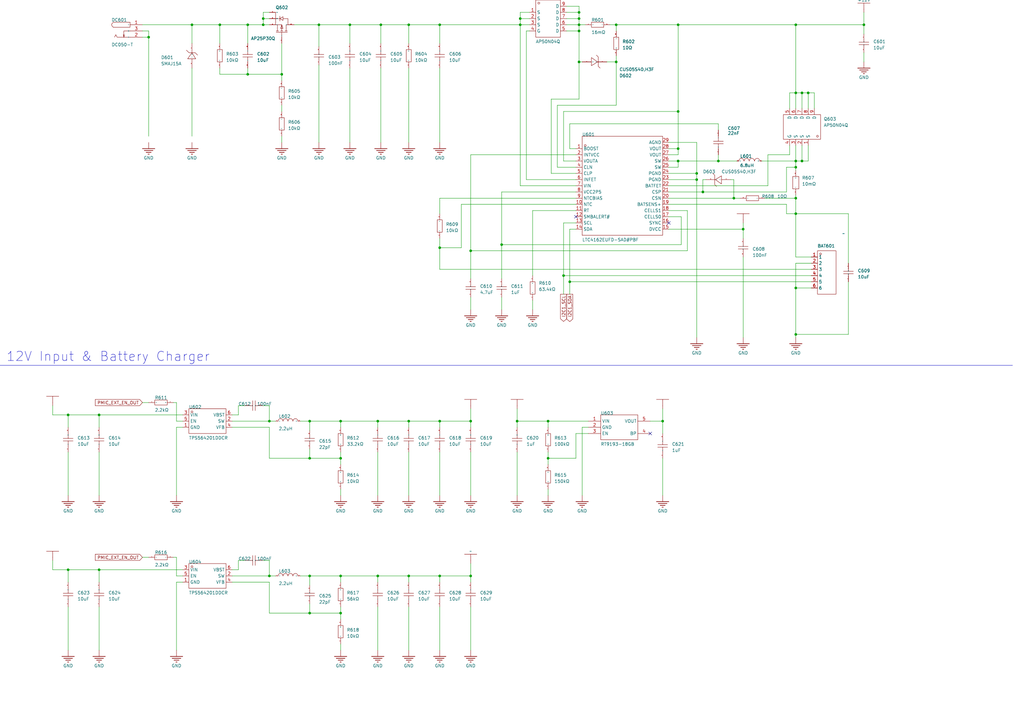
<source format=kicad_sch>
(kicad_sch
	(version 20250114)
	(generator "eeschema")
	(generator_version "9.0")
	(uuid "eb04348c-5485-4089-b7e0-4e397943640e")
	(paper "A3")
	
	(text "12V Input & Battery Charger"
		(exclude_from_sim no)
		(at 2.54 148.59 0)
		(effects
			(font
				(size 3.81 3.81)
			)
			(justify left bottom)
		)
		(uuid "8f68ff53-0e89-4ef4-a789-02b4662857b1")
	)
	(junction
		(at 252.73 25.4)
		(diameter 0)
		(color 0 0 0 0)
		(uuid "03afe62a-140f-4958-98d8-6380b9d49bf2")
	)
	(junction
		(at 110.49 236.22)
		(diameter 0)
		(color 0 0 0 0)
		(uuid "1032785e-fc88-4150-92a7-644d575507ff")
	)
	(junction
		(at 326.39 118.11)
		(diameter 0)
		(color 0 0 0 0)
		(uuid "18c1be34-a1b2-4dbf-bd17-8c312b1d9c48")
	)
	(junction
		(at 101.6 10.16)
		(diameter 0)
		(color 0 0 0 0)
		(uuid "192d8804-e5f2-4526-a7b2-0bbad8ca8cd4")
	)
	(junction
		(at 326.39 81.28)
		(diameter 0)
		(color 0 0 0 0)
		(uuid "19bb6cbb-e733-47bc-9304-ee446d8541fd")
	)
	(junction
		(at 27.94 170.18)
		(diameter 0)
		(color 0 0 0 0)
		(uuid "1a6de1a5-10a6-433c-bd98-309439decca3")
	)
	(junction
		(at 285.75 73.66)
		(diameter 0)
		(color 0 0 0 0)
		(uuid "1e595a94-5ee1-43ed-9416-9f90688ef613")
	)
	(junction
		(at 231.14 113.03)
		(diameter 0)
		(color 0 0 0 0)
		(uuid "23a1ca55-ecc1-4cdc-98b3-ef23ad54bf5a")
	)
	(junction
		(at 326.39 10.16)
		(diameter 0)
		(color 0 0 0 0)
		(uuid "247f3a68-1337-4abd-9b68-e528c2c79d1b")
	)
	(junction
		(at 193.04 236.22)
		(diameter 0)
		(color 0 0 0 0)
		(uuid "26530e37-5ed1-4a54-bdd7-99011844f641")
	)
	(junction
		(at 326.39 137.16)
		(diameter 0)
		(color 0 0 0 0)
		(uuid "2a305f47-561f-4a02-992e-97c98223af35")
	)
	(junction
		(at 205.74 100.33)
		(diameter 0)
		(color 0 0 0 0)
		(uuid "2a834ca9-62c4-4bdb-aca9-92b697fcef55")
	)
	(junction
		(at 143.51 10.16)
		(diameter 0)
		(color 0 0 0 0)
		(uuid "2c878fa1-9929-42da-ac8e-c8a89cc89ef4")
	)
	(junction
		(at 285.75 71.12)
		(diameter 0)
		(color 0 0 0 0)
		(uuid "2e802f2f-e18e-40f4-a6ea-57a168538989")
	)
	(junction
		(at 107.95 7.62)
		(diameter 0)
		(color 0 0 0 0)
		(uuid "2f24faaf-749c-42d5-bee5-8c78b9d2bb4a")
	)
	(junction
		(at 180.34 10.16)
		(diameter 0)
		(color 0 0 0 0)
		(uuid "301b9192-92c6-4bf1-8ab1-b39a89ecd07a")
	)
	(junction
		(at 154.94 236.22)
		(diameter 0)
		(color 0 0 0 0)
		(uuid "35e9dda2-baf8-4310-8399-bb9452b7aef5")
	)
	(junction
		(at 127 236.22)
		(diameter 0)
		(color 0 0 0 0)
		(uuid "3c5e4a3a-77c7-4e6b-b0a8-67bddefeed25")
	)
	(junction
		(at 139.7 172.72)
		(diameter 0)
		(color 0 0 0 0)
		(uuid "3cf6b6b9-aaca-4ef4-8d7d-025f99ca1852")
	)
	(junction
		(at 252.73 10.16)
		(diameter 0)
		(color 0 0 0 0)
		(uuid "3d5fbbc3-0662-47ce-bdb4-60f5f234db85")
	)
	(junction
		(at 139.7 187.96)
		(diameter 0)
		(color 0 0 0 0)
		(uuid "4b01be6f-7f6b-4cb1-937b-d32f8b544f76")
	)
	(junction
		(at 60.96 15.24)
		(diameter 0)
		(color 0 0 0 0)
		(uuid "4b2f2b22-e530-4ce1-9a3a-06362bf68b91")
	)
	(junction
		(at 127 187.96)
		(diameter 0)
		(color 0 0 0 0)
		(uuid "4d059df0-e326-433c-89db-e9317bafd8d6")
	)
	(junction
		(at 193.04 102.87)
		(diameter 0)
		(color 0 0 0 0)
		(uuid "4eba2796-b72d-4ada-a81b-7a5e21ee4c77")
	)
	(junction
		(at 107.95 10.16)
		(diameter 0)
		(color 0 0 0 0)
		(uuid "4f0f6112-02cb-4100-a184-3b9da0fad9cd")
	)
	(junction
		(at 278.13 60.96)
		(diameter 0)
		(color 0 0 0 0)
		(uuid "526db0fa-ab16-47ba-916b-882706280414")
	)
	(junction
		(at 237.49 5.08)
		(diameter 0)
		(color 0 0 0 0)
		(uuid "54bd1dc0-065b-4a2f-956b-0eefb785b74b")
	)
	(junction
		(at 326.39 38.1)
		(diameter 0)
		(color 0 0 0 0)
		(uuid "5518a319-dc03-45a0-a10f-ef668e0dbead")
	)
	(junction
		(at 278.13 45.72)
		(diameter 0)
		(color 0 0 0 0)
		(uuid "551bc980-792f-4127-b928-1e44f33292f4")
	)
	(junction
		(at 154.94 172.72)
		(diameter 0)
		(color 0 0 0 0)
		(uuid "5ec5130c-9c22-43cd-be4a-68616139a494")
	)
	(junction
		(at 237.49 25.4)
		(diameter 0)
		(color 0 0 0 0)
		(uuid "61009824-658c-4edb-947c-d0a27a33df94")
	)
	(junction
		(at 180.34 236.22)
		(diameter 0)
		(color 0 0 0 0)
		(uuid "687f294e-40d5-40c1-8f9f-a24faf68f80e")
	)
	(junction
		(at 328.93 66.04)
		(diameter 0)
		(color 0 0 0 0)
		(uuid "69dff5ec-c62a-49ad-8905-cdfda4852863")
	)
	(junction
		(at 300.99 81.28)
		(diameter 0)
		(color 0 0 0 0)
		(uuid "69fcd253-f43c-4720-a78d-746029de5581")
	)
	(junction
		(at 180.34 172.72)
		(diameter 0)
		(color 0 0 0 0)
		(uuid "762c20ca-34b1-4a90-8470-639c211ee357")
	)
	(junction
		(at 130.81 10.16)
		(diameter 0)
		(color 0 0 0 0)
		(uuid "785b3098-f65f-4efd-bc1a-3077e513ac85")
	)
	(junction
		(at 40.64 170.18)
		(diameter 0)
		(color 0 0 0 0)
		(uuid "79fd47c0-f5a7-4a54-a785-d101d09584ff")
	)
	(junction
		(at 180.34 101.6)
		(diameter 0)
		(color 0 0 0 0)
		(uuid "7a1ad69e-d0c3-4d72-ad88-316d52f65ac0")
	)
	(junction
		(at 326.39 87.63)
		(diameter 0)
		(color 0 0 0 0)
		(uuid "7c8dfdf4-66b0-4f33-a014-001ec1e5f703")
	)
	(junction
		(at 90.17 10.16)
		(diameter 0)
		(color 0 0 0 0)
		(uuid "7dd9e25f-6717-4cb9-956f-2c029cabc902")
	)
	(junction
		(at 156.21 10.16)
		(diameter 0)
		(color 0 0 0 0)
		(uuid "7fd3b03d-8c10-4994-94b1-1759d8737e8d")
	)
	(junction
		(at 40.64 233.68)
		(diameter 0)
		(color 0 0 0 0)
		(uuid "87e75f2c-548f-40f1-8ac5-0b8e91aab9fe")
	)
	(junction
		(at 213.36 7.62)
		(diameter 0)
		(color 0 0 0 0)
		(uuid "89386d0a-1d97-4c20-a25d-c07b68ddf07c")
	)
	(junction
		(at 304.8 93.98)
		(diameter 0)
		(color 0 0 0 0)
		(uuid "8cfcb804-fc85-4127-9258-0404ca24431e")
	)
	(junction
		(at 331.47 38.1)
		(diameter 0)
		(color 0 0 0 0)
		(uuid "8fbf63c8-10d8-421d-8349-b8ac8ec0a4e1")
	)
	(junction
		(at 288.29 78.74)
		(diameter 0)
		(color 0 0 0 0)
		(uuid "92fa70ae-b46b-4f78-bee2-5eb5246aa4a5")
	)
	(junction
		(at 115.57 30.48)
		(diameter 0)
		(color 0 0 0 0)
		(uuid "95087511-742c-4372-8180-793e5bb7f7e1")
	)
	(junction
		(at 237.49 12.7)
		(diameter 0)
		(color 0 0 0 0)
		(uuid "9cb0586f-aa29-4931-8193-07efe7daf469")
	)
	(junction
		(at 127 251.46)
		(diameter 0)
		(color 0 0 0 0)
		(uuid "a04c1b1a-d146-4946-be23-a65d45f8a0fe")
	)
	(junction
		(at 326.39 68.58)
		(diameter 0)
		(color 0 0 0 0)
		(uuid "a1d486b1-0cf4-4b62-9509-74fc83f2a1e3")
	)
	(junction
		(at 326.39 66.04)
		(diameter 0)
		(color 0 0 0 0)
		(uuid "a5c1bb64-4b58-4a37-ab4d-6926d85a314a")
	)
	(junction
		(at 193.04 172.72)
		(diameter 0)
		(color 0 0 0 0)
		(uuid "a69f3d07-b856-48a6-9447-eec3601825e5")
	)
	(junction
		(at 27.94 233.68)
		(diameter 0)
		(color 0 0 0 0)
		(uuid "a878b1a5-bac8-4b7e-b98f-176f8029271b")
	)
	(junction
		(at 224.79 172.72)
		(diameter 0)
		(color 0 0 0 0)
		(uuid "af903de8-eeb9-41b3-aa63-f65fd6c967b7")
	)
	(junction
		(at 139.7 251.46)
		(diameter 0)
		(color 0 0 0 0)
		(uuid "b2743cdc-7f7c-4673-b908-62abddd05434")
	)
	(junction
		(at 213.36 10.16)
		(diameter 0)
		(color 0 0 0 0)
		(uuid "b9e5973d-3167-4e37-825c-54a915dffca0")
	)
	(junction
		(at 233.68 115.57)
		(diameter 0)
		(color 0 0 0 0)
		(uuid "bb868470-bba5-4004-90db-6422839464c2")
	)
	(junction
		(at 237.49 7.62)
		(diameter 0)
		(color 0 0 0 0)
		(uuid "c1b6967e-de33-4913-9b49-f78e5870fd45")
	)
	(junction
		(at 78.74 10.16)
		(diameter 0)
		(color 0 0 0 0)
		(uuid "ce249654-6f42-45eb-887c-be58fff15451")
	)
	(junction
		(at 354.33 10.16)
		(diameter 0)
		(color 0 0 0 0)
		(uuid "d62051d9-08f4-4c5a-99fd-d6bafdbeb3cc")
	)
	(junction
		(at 294.64 66.04)
		(diameter 0)
		(color 0 0 0 0)
		(uuid "d66b4584-a210-4dd1-afd8-19cf13112197")
	)
	(junction
		(at 271.78 172.72)
		(diameter 0)
		(color 0 0 0 0)
		(uuid "d6d9b398-f793-4225-bde4-90fbb9bad597")
	)
	(junction
		(at 101.6 30.48)
		(diameter 0)
		(color 0 0 0 0)
		(uuid "d71ffbc6-2bfd-4ffc-b333-fd4bb39371f0")
	)
	(junction
		(at 110.49 172.72)
		(diameter 0)
		(color 0 0 0 0)
		(uuid "da91d07c-1ecd-412b-ba33-8251f497a8cc")
	)
	(junction
		(at 127 172.72)
		(diameter 0)
		(color 0 0 0 0)
		(uuid "dc5be8ce-c44b-43b6-878f-30131fa38a0e")
	)
	(junction
		(at 278.13 10.16)
		(diameter 0)
		(color 0 0 0 0)
		(uuid "dc976515-cc22-4f0c-aa76-42fb99a301fa")
	)
	(junction
		(at 237.49 10.16)
		(diameter 0)
		(color 0 0 0 0)
		(uuid "de916752-b8ba-4f53-bdfb-7384c7c3c829")
	)
	(junction
		(at 224.79 187.96)
		(diameter 0)
		(color 0 0 0 0)
		(uuid "decda0eb-266f-449c-930b-c9fc5aa84794")
	)
	(junction
		(at 278.13 66.04)
		(diameter 0)
		(color 0 0 0 0)
		(uuid "e18608be-2c47-450d-97bd-648a7dcf143b")
	)
	(junction
		(at 328.93 38.1)
		(diameter 0)
		(color 0 0 0 0)
		(uuid "e9d9d61a-74ff-4678-9a91-24b48584dc65")
	)
	(junction
		(at 167.64 10.16)
		(diameter 0)
		(color 0 0 0 0)
		(uuid "ead761ba-53c4-49ec-96e7-b6c0a187412a")
	)
	(junction
		(at 167.64 172.72)
		(diameter 0)
		(color 0 0 0 0)
		(uuid "f84b9d61-4dc5-49cb-b818-baf8656174ad")
	)
	(junction
		(at 212.09 172.72)
		(diameter 0)
		(color 0 0 0 0)
		(uuid "f8eec81b-c317-43f2-ad40-8acc0161c539")
	)
	(junction
		(at 139.7 236.22)
		(diameter 0)
		(color 0 0 0 0)
		(uuid "fe0a15da-7d64-45ae-bf7a-1b09ad882c36")
	)
	(junction
		(at 167.64 236.22)
		(diameter 0)
		(color 0 0 0 0)
		(uuid "ff5c8640-c520-47cd-b84f-f9a7a3d426ac")
	)
	(no_connect
		(at 236.22 88.9)
		(uuid "11d54122-fbed-42bb-a8b4-c0a2b62b1826")
	)
	(no_connect
		(at 266.7 177.8)
		(uuid "41cf009b-17fd-447e-8fc2-0d66982a5aa4")
	)
	(no_connect
		(at 274.32 91.44)
		(uuid "42a93451-6af6-41dc-ab7b-56538678e9c5")
	)
	(wire
		(pts
			(xy 115.57 55.88) (xy 115.57 58.42)
		)
		(stroke
			(width 0)
			(type default)
		)
		(uuid "01619fab-c3ae-462c-81f1-b2c68eba3d3f")
	)
	(wire
		(pts
			(xy 231.14 113.03) (xy 332.74 113.03)
		)
		(stroke
			(width 0)
			(type default)
		)
		(uuid "018dc2c8-e907-4402-988b-b08b0db9c518")
	)
	(wire
		(pts
			(xy 271.78 172.72) (xy 266.7 172.72)
		)
		(stroke
			(width 0)
			(type default)
		)
		(uuid "02c1f11a-0b00-4cba-824c-123dcf9818b2")
	)
	(wire
		(pts
			(xy 167.64 236.22) (xy 167.64 238.76)
		)
		(stroke
			(width 0)
			(type default)
		)
		(uuid "02fe7036-d4b3-4f83-b888-64703da89d29")
	)
	(wire
		(pts
			(xy 224.79 172.72) (xy 224.79 175.26)
		)
		(stroke
			(width 0)
			(type default)
		)
		(uuid "044185cb-48a8-4221-bf4f-d0ded65bf7d2")
	)
	(wire
		(pts
			(xy 58.42 165.1) (xy 60.96 165.1)
		)
		(stroke
			(width 0)
			(type default)
		)
		(uuid "04e84a78-9107-4f5c-85c8-ebfed341bcdb")
	)
	(wire
		(pts
			(xy 281.94 86.36) (xy 274.32 86.36)
		)
		(stroke
			(width 0)
			(type default)
		)
		(uuid "060743c7-2e12-4ec9-acfe-384acb86f78b")
	)
	(wire
		(pts
			(xy 326.39 66.04) (xy 312.42 66.04)
		)
		(stroke
			(width 0)
			(type default)
		)
		(uuid "0622bbb5-59d9-4187-bc6a-acc7fbffee8c")
	)
	(wire
		(pts
			(xy 328.93 59.69) (xy 328.93 66.04)
		)
		(stroke
			(width 0)
			(type default)
		)
		(uuid "0689f97a-e7e8-4587-9691-376f58d742b8")
	)
	(wire
		(pts
			(xy 326.39 105.41) (xy 332.74 105.41)
		)
		(stroke
			(width 0)
			(type default)
		)
		(uuid "068a54aa-f711-4d01-9f30-597bdad33952")
	)
	(wire
		(pts
			(xy 110.49 238.76) (xy 110.49 251.46)
		)
		(stroke
			(width 0)
			(type default)
		)
		(uuid "085c00e4-eecb-4400-99dc-ed1750b43fd5")
	)
	(wire
		(pts
			(xy 226.06 71.12) (xy 236.22 71.12)
		)
		(stroke
			(width 0)
			(type default)
		)
		(uuid "08e75486-9060-4bda-b4c3-fe934f92e1cb")
	)
	(wire
		(pts
			(xy 236.22 63.5) (xy 193.04 63.5)
		)
		(stroke
			(width 0)
			(type default)
		)
		(uuid "094d4957-59bb-42ed-ba41-c8fec1f6cf5e")
	)
	(wire
		(pts
			(xy 226.06 40.64) (xy 237.49 40.64)
		)
		(stroke
			(width 0)
			(type default)
		)
		(uuid "095711d4-a13d-4599-af6b-d130f7ad42a7")
	)
	(wire
		(pts
			(xy 212.09 203.2) (xy 212.09 185.42)
		)
		(stroke
			(width 0)
			(type default)
		)
		(uuid "09ccecb5-1c4b-4573-b085-acd1d2b30fdd")
	)
	(wire
		(pts
			(xy 233.68 60.96) (xy 236.22 60.96)
		)
		(stroke
			(width 0)
			(type default)
		)
		(uuid "0a53daee-8d75-4593-b923-9c55493bfd50")
	)
	(wire
		(pts
			(xy 237.49 2.54) (xy 232.41 2.54)
		)
		(stroke
			(width 0)
			(type default)
		)
		(uuid "0b2e6ee4-05a8-46fc-8407-e65cd8f0ade6")
	)
	(wire
		(pts
			(xy 228.6 43.18) (xy 228.6 68.58)
		)
		(stroke
			(width 0)
			(type default)
		)
		(uuid "0bb6f74d-6120-43f0-9d02-690f455cf0dc")
	)
	(wire
		(pts
			(xy 130.81 10.16) (xy 130.81 19.05)
		)
		(stroke
			(width 0)
			(type default)
		)
		(uuid "0c2d7775-268c-49e3-ba15-499bf7a611c1")
	)
	(wire
		(pts
			(xy 154.94 172.72) (xy 139.7 172.72)
		)
		(stroke
			(width 0)
			(type default)
		)
		(uuid "0cd13a69-d680-4197-b5a4-f933089d855b")
	)
	(wire
		(pts
			(xy 304.8 97.79) (xy 304.8 93.98)
		)
		(stroke
			(width 0)
			(type default)
		)
		(uuid "0df1474b-0450-4739-b1ec-c365cf220aed")
	)
	(wire
		(pts
			(xy 326.39 105.41) (xy 326.39 87.63)
		)
		(stroke
			(width 0)
			(type default)
		)
		(uuid "0f192237-3014-4e54-bc2f-e868e26c137f")
	)
	(wire
		(pts
			(xy 213.36 5.08) (xy 217.17 5.08)
		)
		(stroke
			(width 0)
			(type default)
		)
		(uuid "0f669f0b-0759-4575-bc0d-8dd54d2f9966")
	)
	(wire
		(pts
			(xy 127 187.96) (xy 127 184.15)
		)
		(stroke
			(width 0)
			(type default)
		)
		(uuid "0fac287d-4cfe-484a-8089-47f5c0ca9ca3")
	)
	(wire
		(pts
			(xy 226.06 40.64) (xy 226.06 71.12)
		)
		(stroke
			(width 0)
			(type default)
		)
		(uuid "0ff37309-26b0-4b6a-a415-8ae2c7b73aec")
	)
	(wire
		(pts
			(xy 252.73 12.7) (xy 252.73 10.16)
		)
		(stroke
			(width 0)
			(type default)
		)
		(uuid "1096c091-01b5-4ec9-855a-a69a44c29c1f")
	)
	(wire
		(pts
			(xy 189.23 83.82) (xy 236.22 83.82)
		)
		(stroke
			(width 0)
			(type default)
		)
		(uuid "10cf64f1-62c2-4c03-9ea4-79780fc69ac9")
	)
	(wire
		(pts
			(xy 326.39 80.01) (xy 326.39 81.28)
		)
		(stroke
			(width 0)
			(type default)
		)
		(uuid "11280f95-6302-4d28-8ed7-6ac692836922")
	)
	(wire
		(pts
			(xy 27.94 170.18) (xy 27.94 175.26)
		)
		(stroke
			(width 0)
			(type default)
		)
		(uuid "13a8a2e7-9f47-4d4e-8502-0c144b5cb104")
	)
	(wire
		(pts
			(xy 224.79 187.96) (xy 236.22 187.96)
		)
		(stroke
			(width 0)
			(type default)
		)
		(uuid "14609133-7777-46c4-af79-2e64a662ba48")
	)
	(wire
		(pts
			(xy 236.22 68.58) (xy 228.6 68.58)
		)
		(stroke
			(width 0)
			(type default)
		)
		(uuid "148669a8-2baa-4193-a7d3-ad0e25f93d7f")
	)
	(wire
		(pts
			(xy 313.69 81.28) (xy 326.39 81.28)
		)
		(stroke
			(width 0)
			(type default)
		)
		(uuid "157539ba-5fb5-4379-ac34-a0bdd3be491c")
	)
	(wire
		(pts
			(xy 285.75 138.43) (xy 285.75 73.66)
		)
		(stroke
			(width 0)
			(type default)
		)
		(uuid "1633b5d7-f22d-4af8-b658-91b8bae9785e")
	)
	(wire
		(pts
			(xy 326.39 44.45) (xy 326.39 38.1)
		)
		(stroke
			(width 0)
			(type default)
		)
		(uuid "1646d6ae-4146-4f53-8e04-e33f9cbdb02c")
	)
	(wire
		(pts
			(xy 328.93 38.1) (xy 331.47 38.1)
		)
		(stroke
			(width 0)
			(type default)
		)
		(uuid "168a3781-aaa1-4a48-a48a-1265cb80c779")
	)
	(wire
		(pts
			(xy 326.39 66.04) (xy 328.93 66.04)
		)
		(stroke
			(width 0)
			(type default)
		)
		(uuid "1781d206-f85c-44b4-bfed-89327b8970f7")
	)
	(wire
		(pts
			(xy 347.98 107.95) (xy 347.98 87.63)
		)
		(stroke
			(width 0)
			(type default)
		)
		(uuid "17ec8088-b6c2-4bd7-90aa-31253a2e8858")
	)
	(wire
		(pts
			(xy 232.41 12.7) (xy 237.49 12.7)
		)
		(stroke
			(width 0)
			(type default)
		)
		(uuid "18188498-6093-4626-99a2-f5fed1f1456e")
	)
	(wire
		(pts
			(xy 40.64 203.2) (xy 40.64 185.42)
		)
		(stroke
			(width 0)
			(type default)
		)
		(uuid "18a3665e-7624-40d0-8838-d6d81311e76b")
	)
	(wire
		(pts
			(xy 40.64 233.68) (xy 27.94 233.68)
		)
		(stroke
			(width 0)
			(type default)
		)
		(uuid "1aba723b-0e6f-46d8-b786-52233efe52b0")
	)
	(wire
		(pts
			(xy 21.59 166.37) (xy 21.59 170.18)
		)
		(stroke
			(width 0)
			(type default)
		)
		(uuid "1c6a613f-4f5b-479d-887d-380cd286d4dd")
	)
	(wire
		(pts
			(xy 233.68 50.8) (xy 294.64 50.8)
		)
		(stroke
			(width 0)
			(type default)
		)
		(uuid "1cca0021-a95a-4a4a-a6d7-2334a62f379a")
	)
	(wire
		(pts
			(xy 72.39 228.6) (xy 71.12 228.6)
		)
		(stroke
			(width 0)
			(type default)
		)
		(uuid "1cd91581-8557-4122-8729-40d644b51e9e")
	)
	(wire
		(pts
			(xy 78.74 10.16) (xy 58.42 10.16)
		)
		(stroke
			(width 0)
			(type default)
		)
		(uuid "1e9f4a53-52b1-4b72-8e2f-73b94245d5a3")
	)
	(wire
		(pts
			(xy 237.49 25.4) (xy 237.49 12.7)
		)
		(stroke
			(width 0)
			(type default)
		)
		(uuid "2143b060-6443-45dd-8813-180def1ff95c")
	)
	(wire
		(pts
			(xy 215.9 12.7) (xy 217.17 12.7)
		)
		(stroke
			(width 0)
			(type default)
		)
		(uuid "2259662e-4733-45f5-a8ef-08141d602dbc")
	)
	(wire
		(pts
			(xy 331.47 66.04) (xy 328.93 66.04)
		)
		(stroke
			(width 0)
			(type default)
		)
		(uuid "22a621c2-af5d-4f2f-bd18-fb2b14416b4e")
	)
	(wire
		(pts
			(xy 326.39 137.16) (xy 326.39 118.11)
		)
		(stroke
			(width 0)
			(type default)
		)
		(uuid "232b3b29-5de5-4941-b713-b7fc8cd1d776")
	)
	(wire
		(pts
			(xy 314.96 76.2) (xy 274.32 76.2)
		)
		(stroke
			(width 0)
			(type default)
		)
		(uuid "237d7c00-892e-4bbb-898d-94ade0183053")
	)
	(wire
		(pts
			(xy 193.04 172.72) (xy 193.04 175.26)
		)
		(stroke
			(width 0)
			(type default)
		)
		(uuid "243491fa-9b58-4ce5-9983-de6adfdba74d")
	)
	(wire
		(pts
			(xy 156.21 10.16) (xy 167.64 10.16)
		)
		(stroke
			(width 0)
			(type default)
		)
		(uuid "24a6a775-a620-4026-94d2-4e6ea83a763c")
	)
	(wire
		(pts
			(xy 213.36 10.16) (xy 213.36 7.62)
		)
		(stroke
			(width 0)
			(type default)
		)
		(uuid "27ee8f8b-b479-4ebe-a1c8-1b6af825a8ab")
	)
	(wire
		(pts
			(xy 27.94 170.18) (xy 21.59 170.18)
		)
		(stroke
			(width 0)
			(type default)
		)
		(uuid "288b2631-39d1-4258-a422-157d74027534")
	)
	(wire
		(pts
			(xy 180.34 10.16) (xy 180.34 17.78)
		)
		(stroke
			(width 0)
			(type default)
		)
		(uuid "29aa8336-643c-4a0b-af45-67ac7b404049")
	)
	(wire
		(pts
			(xy 240.03 10.16) (xy 237.49 10.16)
		)
		(stroke
			(width 0)
			(type default)
		)
		(uuid "2ace1251-aeef-406b-801d-91de35f422da")
	)
	(wire
		(pts
			(xy 237.49 7.62) (xy 232.41 7.62)
		)
		(stroke
			(width 0)
			(type default)
		)
		(uuid "2b8a5151-2175-4ee0-8688-0354313a9ae2")
	)
	(wire
		(pts
			(xy 323.85 38.1) (xy 323.85 44.45)
		)
		(stroke
			(width 0)
			(type default)
		)
		(uuid "2bf2fc57-5127-4824-8788-96fce6a10fd5")
	)
	(wire
		(pts
			(xy 250.19 10.16) (xy 252.73 10.16)
		)
		(stroke
			(width 0)
			(type default)
		)
		(uuid "2e0e4ca3-86ce-4a46-a075-32f9d0b95dea")
	)
	(wire
		(pts
			(xy 40.64 233.68) (xy 40.64 238.76)
		)
		(stroke
			(width 0)
			(type default)
		)
		(uuid "2f447e5f-8f18-4aac-86c2-713118bf6af0")
	)
	(wire
		(pts
			(xy 74.93 175.26) (xy 72.39 175.26)
		)
		(stroke
			(width 0)
			(type default)
		)
		(uuid "302c7097-2579-44bf-a464-a0516c11b84d")
	)
	(wire
		(pts
			(xy 279.4 100.33) (xy 205.74 100.33)
		)
		(stroke
			(width 0)
			(type default)
		)
		(uuid "302c91d7-f222-472d-bb22-e55fe38a2f06")
	)
	(wire
		(pts
			(xy 110.49 175.26) (xy 110.49 187.96)
		)
		(stroke
			(width 0)
			(type default)
		)
		(uuid "3211f42c-8dd6-44c7-8376-33cdd805650b")
	)
	(wire
		(pts
			(xy 328.93 44.45) (xy 328.93 38.1)
		)
		(stroke
			(width 0)
			(type default)
		)
		(uuid "33442452-163f-44c3-b671-a5599a880e29")
	)
	(wire
		(pts
			(xy 139.7 236.22) (xy 127 236.22)
		)
		(stroke
			(width 0)
			(type default)
		)
		(uuid "33652392-b7f2-44ff-9953-bc0b26c51c19")
	)
	(wire
		(pts
			(xy 231.14 113.03) (xy 231.14 91.44)
		)
		(stroke
			(width 0)
			(type default)
		)
		(uuid "33d25046-ff57-438b-b547-f0bf03e59795")
	)
	(wire
		(pts
			(xy 224.79 172.72) (xy 241.3 172.72)
		)
		(stroke
			(width 0)
			(type default)
		)
		(uuid "34e860bf-ca6a-4229-bc0d-6097ad7ef7f6")
	)
	(wire
		(pts
			(xy 326.39 138.43) (xy 326.39 137.16)
		)
		(stroke
			(width 0)
			(type default)
		)
		(uuid "35eb0b65-1810-4c8e-a941-a205068758be")
	)
	(wire
		(pts
			(xy 334.01 44.45) (xy 334.01 38.1)
		)
		(stroke
			(width 0)
			(type default)
		)
		(uuid "388d8060-559c-413a-92d0-1de6c2b3a6af")
	)
	(wire
		(pts
			(xy 127 172.72) (xy 123.19 172.72)
		)
		(stroke
			(width 0)
			(type default)
		)
		(uuid "3b3e3c70-9b3e-40c5-9d06-55b608c395dd")
	)
	(wire
		(pts
			(xy 278.13 63.5) (xy 274.32 63.5)
		)
		(stroke
			(width 0)
			(type default)
		)
		(uuid "3be12724-095b-49fa-8e29-e6d5d469c728")
	)
	(wire
		(pts
			(xy 110.49 229.87) (xy 110.49 236.22)
		)
		(stroke
			(width 0)
			(type default)
		)
		(uuid "3c262d2f-2b93-40f5-8b28-d5afa6a206df")
	)
	(wire
		(pts
			(xy 101.6 30.48) (xy 101.6 27.94)
		)
		(stroke
			(width 0)
			(type default)
		)
		(uuid "3cd88096-60f1-4a45-aee4-fce64d4c73ac")
	)
	(wire
		(pts
			(xy 237.49 10.16) (xy 237.49 7.62)
		)
		(stroke
			(width 0)
			(type default)
		)
		(uuid "3da6e426-23c2-4869-82b0-dc3ce2e88d35")
	)
	(wire
		(pts
			(xy 326.39 38.1) (xy 323.85 38.1)
		)
		(stroke
			(width 0)
			(type default)
		)
		(uuid "3db56966-7606-4501-b15f-fde57456a794")
	)
	(wire
		(pts
			(xy 72.39 175.26) (xy 72.39 203.2)
		)
		(stroke
			(width 0)
			(type default)
		)
		(uuid "3dd2574f-f949-4ad1-ba4b-905adb8f9339")
	)
	(wire
		(pts
			(xy 139.7 251.46) (xy 139.7 254)
		)
		(stroke
			(width 0)
			(type default)
		)
		(uuid "3ecb0056-34fc-44e9-9033-873d91702702")
	)
	(wire
		(pts
			(xy 193.04 236.22) (xy 193.04 238.76)
		)
		(stroke
			(width 0)
			(type default)
		)
		(uuid "3f7d8d39-0b19-4bca-b764-d376d53cdfad")
	)
	(wire
		(pts
			(xy 278.13 60.96) (xy 274.32 60.96)
		)
		(stroke
			(width 0)
			(type default)
		)
		(uuid "404f978e-8026-4bda-81da-0a32d528d8ee")
	)
	(wire
		(pts
			(xy 326.39 10.16) (xy 326.39 38.1)
		)
		(stroke
			(width 0)
			(type default)
		)
		(uuid "41c2b971-ceca-4299-afaa-f96677da1a15")
	)
	(wire
		(pts
			(xy 143.51 10.16) (xy 143.51 17.78)
		)
		(stroke
			(width 0)
			(type default)
		)
		(uuid "42ed21bc-ca3e-4615-853a-e251b4eb8d1c")
	)
	(wire
		(pts
			(xy 72.39 228.6) (xy 72.39 236.22)
		)
		(stroke
			(width 0)
			(type default)
		)
		(uuid "433391f5-d2de-4708-8298-d3d579533ff8")
	)
	(wire
		(pts
			(xy 90.17 10.16) (xy 78.74 10.16)
		)
		(stroke
			(width 0)
			(type default)
		)
		(uuid "43b492a2-f3c6-43b7-b369-d74a8627d56a")
	)
	(wire
		(pts
			(xy 110.49 5.08) (xy 107.95 5.08)
		)
		(stroke
			(width 0)
			(type default)
		)
		(uuid "4681f683-f297-43c4-a867-db23272a7291")
	)
	(wire
		(pts
			(xy 354.33 25.4) (xy 354.33 21.59)
		)
		(stroke
			(width 0)
			(type default)
		)
		(uuid "47592b4e-48bf-4036-86ca-093dafd70831")
	)
	(wire
		(pts
			(xy 236.22 78.74) (xy 205.74 78.74)
		)
		(stroke
			(width 0)
			(type default)
		)
		(uuid "48d52b33-fa10-4d9c-9fcf-ab93131f9d8d")
	)
	(wire
		(pts
			(xy 127 251.46) (xy 110.49 251.46)
		)
		(stroke
			(width 0)
			(type default)
		)
		(uuid "48e8a970-8f5a-4498-8b53-738b5319efc3")
	)
	(wire
		(pts
			(xy 180.34 172.72) (xy 180.34 175.26)
		)
		(stroke
			(width 0)
			(type default)
		)
		(uuid "4a7dd161-bfa8-4eb7-876f-19f21d7511bc")
	)
	(wire
		(pts
			(xy 281.94 102.87) (xy 281.94 86.36)
		)
		(stroke
			(width 0)
			(type default)
		)
		(uuid "4a895d32-795f-423b-9107-34fd63750067")
	)
	(wire
		(pts
			(xy 231.14 91.44) (xy 236.22 91.44)
		)
		(stroke
			(width 0)
			(type default)
		)
		(uuid "4bd33297-5722-40a9-a345-c0691cc98227")
	)
	(wire
		(pts
			(xy 278.13 60.96) (xy 278.13 63.5)
		)
		(stroke
			(width 0)
			(type default)
		)
		(uuid "4df45220-ee62-487c-9175-915fa4468f75")
	)
	(wire
		(pts
			(xy 193.04 266.7) (xy 193.04 248.92)
		)
		(stroke
			(width 0)
			(type default)
		)
		(uuid "4e164782-c8fd-4683-be94-c8fb72051769")
	)
	(wire
		(pts
			(xy 224.79 187.96) (xy 224.79 190.5)
		)
		(stroke
			(width 0)
			(type default)
		)
		(uuid "4ee1d654-1bfd-4aef-ae9f-833bc7c93b7e")
	)
	(wire
		(pts
			(xy 127 251.46) (xy 139.7 251.46)
		)
		(stroke
			(width 0)
			(type default)
		)
		(uuid "4f8078fa-1423-4029-b6a6-a3672725b4cd")
	)
	(wire
		(pts
			(xy 101.6 10.16) (xy 101.6 17.78)
		)
		(stroke
			(width 0)
			(type default)
		)
		(uuid "4fe3af7c-3b04-4c70-910c-d5a7166320e8")
	)
	(wire
		(pts
			(xy 304.8 138.43) (xy 304.8 105.41)
		)
		(stroke
			(width 0)
			(type default)
		)
		(uuid "50f986e1-6777-40fb-9467-e515a5224841")
	)
	(wire
		(pts
			(xy 139.7 172.72) (xy 139.7 175.26)
		)
		(stroke
			(width 0)
			(type default)
		)
		(uuid "51087d55-f671-43fe-ba44-3f68185abf0d")
	)
	(wire
		(pts
			(xy 274.32 78.74) (xy 288.29 78.74)
		)
		(stroke
			(width 0)
			(type default)
		)
		(uuid "51fe045c-ccae-477d-a2e5-d9a601d7c6b2")
	)
	(wire
		(pts
			(xy 72.39 165.1) (xy 72.39 172.72)
		)
		(stroke
			(width 0)
			(type default)
		)
		(uuid "52bcca87-ae22-4e1a-a23d-ad74b9144e44")
	)
	(wire
		(pts
			(xy 95.25 236.22) (xy 110.49 236.22)
		)
		(stroke
			(width 0)
			(type default)
		)
		(uuid "534e8913-9de5-4062-8db9-ff2e68e5923c")
	)
	(wire
		(pts
			(xy 322.58 78.74) (xy 288.29 78.74)
		)
		(stroke
			(width 0)
			(type default)
		)
		(uuid "536fa8d4-cf12-4a4a-bc08-ceb31de405e5")
	)
	(wire
		(pts
			(xy 193.04 203.2) (xy 193.04 185.42)
		)
		(stroke
			(width 0)
			(type default)
		)
		(uuid "53716f15-0dd9-4495-8631-baa59b2217fd")
	)
	(wire
		(pts
			(xy 347.98 137.16) (xy 347.98 115.57)
		)
		(stroke
			(width 0)
			(type default)
		)
		(uuid "53a57d30-1c8e-4ed3-95b8-ce4d55d588bf")
	)
	(wire
		(pts
			(xy 154.94 172.72) (xy 154.94 175.26)
		)
		(stroke
			(width 0)
			(type default)
		)
		(uuid "5419c8b2-44a0-45bf-b8a0-8c7a63bfa225")
	)
	(wire
		(pts
			(xy 139.7 203.2) (xy 139.7 200.66)
		)
		(stroke
			(width 0)
			(type default)
		)
		(uuid "546029e4-1594-4942-9abf-c9c625f971b5")
	)
	(wire
		(pts
			(xy 322.58 87.63) (xy 326.39 87.63)
		)
		(stroke
			(width 0)
			(type default)
		)
		(uuid "54f08218-4b55-4a37-8809-18d4aae766c2")
	)
	(wire
		(pts
			(xy 233.68 115.57) (xy 233.68 93.98)
		)
		(stroke
			(width 0)
			(type default)
		)
		(uuid "568e11e2-8910-4402-8c9e-7aa0f16eff42")
	)
	(wire
		(pts
			(xy 274.32 88.9) (xy 279.4 88.9)
		)
		(stroke
			(width 0)
			(type default)
		)
		(uuid "569d4738-ed12-4706-b2df-2c4dd8271289")
	)
	(wire
		(pts
			(xy 101.6 10.16) (xy 107.95 10.16)
		)
		(stroke
			(width 0)
			(type default)
		)
		(uuid "56ade4da-506b-412c-994e-878bbaa77724")
	)
	(wire
		(pts
			(xy 115.57 30.48) (xy 101.6 30.48)
		)
		(stroke
			(width 0)
			(type default)
		)
		(uuid "56b04a76-bca3-48ce-8a87-d9c4b15fb9a0")
	)
	(wire
		(pts
			(xy 139.7 172.72) (xy 127 172.72)
		)
		(stroke
			(width 0)
			(type default)
		)
		(uuid "59df27c9-ee65-4bac-98f9-9af1dfca69f9")
	)
	(wire
		(pts
			(xy 180.34 236.22) (xy 167.64 236.22)
		)
		(stroke
			(width 0)
			(type default)
		)
		(uuid "5a12cba7-282c-4f3f-a995-0a385e171928")
	)
	(wire
		(pts
			(xy 285.75 71.12) (xy 285.75 73.66)
		)
		(stroke
			(width 0)
			(type default)
		)
		(uuid "5b608ece-ff3d-437f-bbe3-884d61780db4")
	)
	(wire
		(pts
			(xy 354.33 13.97) (xy 354.33 10.16)
		)
		(stroke
			(width 0)
			(type default)
		)
		(uuid "5c203a8f-2bae-4425-a362-517f942a39c3")
	)
	(wire
		(pts
			(xy 72.39 238.76) (xy 72.39 266.7)
		)
		(stroke
			(width 0)
			(type default)
		)
		(uuid "5cb67fa5-7191-4a81-9d57-6a0d1cbb434f")
	)
	(wire
		(pts
			(xy 323.85 59.69) (xy 323.85 63.5)
		)
		(stroke
			(width 0)
			(type default)
		)
		(uuid "5cf27d84-315b-4fd3-8d7e-69897eb2555c")
	)
	(wire
		(pts
			(xy 154.94 266.7) (xy 154.94 248.92)
		)
		(stroke
			(width 0)
			(type default)
		)
		(uuid "5d0f948b-bb91-44d7-94f7-0055d3f237d5")
	)
	(wire
		(pts
			(xy 180.34 87.63) (xy 180.34 81.28)
		)
		(stroke
			(width 0)
			(type default)
		)
		(uuid "5dc7646f-60f2-4e5f-b593-6e11bd3c6a97")
	)
	(wire
		(pts
			(xy 90.17 27.94) (xy 90.17 30.48)
		)
		(stroke
			(width 0)
			(type default)
		)
		(uuid "5e111232-ae7b-4dc0-81dc-99c0e3414b1d")
	)
	(wire
		(pts
			(xy 300.99 81.28) (xy 300.99 73.66)
		)
		(stroke
			(width 0)
			(type default)
		)
		(uuid "5e2ef2ab-cba7-44e2-9701-b15de9091a26")
	)
	(wire
		(pts
			(xy 139.7 266.7) (xy 139.7 264.16)
		)
		(stroke
			(width 0)
			(type default)
		)
		(uuid "5fcdf3bb-c882-4a9d-b691-fc091c7631d4")
	)
	(wire
		(pts
			(xy 217.17 7.62) (xy 213.36 7.62)
		)
		(stroke
			(width 0)
			(type default)
		)
		(uuid "601d3240-fff9-4264-9e37-e97db586edac")
	)
	(wire
		(pts
			(xy 115.57 45.72) (xy 115.57 43.18)
		)
		(stroke
			(width 0)
			(type default)
		)
		(uuid "6036a629-6699-4516-bd9c-d17a6990e4f8")
	)
	(wire
		(pts
			(xy 110.49 7.62) (xy 107.95 7.62)
		)
		(stroke
			(width 0)
			(type default)
		)
		(uuid "6156330f-7142-4245-bad6-9e449f7f951c")
	)
	(wire
		(pts
			(xy 237.49 7.62) (xy 237.49 5.08)
		)
		(stroke
			(width 0)
			(type default)
		)
		(uuid "63d063ab-a9ba-41a8-91a1-3fdff3caef21")
	)
	(wire
		(pts
			(xy 274.32 71.12) (xy 285.75 71.12)
		)
		(stroke
			(width 0)
			(type default)
		)
		(uuid "641f3157-1ed8-4353-bcf4-e310d12c4719")
	)
	(wire
		(pts
			(xy 252.73 22.86) (xy 252.73 25.4)
		)
		(stroke
			(width 0)
			(type default)
		)
		(uuid "64409cc8-d003-4e2a-9f2f-3661c29f2038")
	)
	(wire
		(pts
			(xy 127 236.22) (xy 127 240.03)
		)
		(stroke
			(width 0)
			(type default)
		)
		(uuid "647117d5-9efe-4928-ad6c-ae982c1b07ed")
	)
	(wire
		(pts
			(xy 90.17 17.78) (xy 90.17 10.16)
		)
		(stroke
			(width 0)
			(type default)
		)
		(uuid "657abae4-92cf-4d11-a268-8bddb62306a5")
	)
	(wire
		(pts
			(xy 139.7 187.96) (xy 139.7 190.5)
		)
		(stroke
			(width 0)
			(type default)
		)
		(uuid "65a53500-d649-43dd-bee4-5016fea7dd3a")
	)
	(wire
		(pts
			(xy 156.21 10.16) (xy 156.21 17.78)
		)
		(stroke
			(width 0)
			(type default)
		)
		(uuid "66472452-469f-4172-a521-546b7ea53df1")
	)
	(wire
		(pts
			(xy 58.42 12.7) (xy 60.96 12.7)
		)
		(stroke
			(width 0)
			(type default)
		)
		(uuid "671e2d86-e7d5-4654-8ac5-d74820416373")
	)
	(wire
		(pts
			(xy 193.04 127) (xy 193.04 121.92)
		)
		(stroke
			(width 0)
			(type default)
		)
		(uuid "674bf4b7-b6f1-4367-b8a3-c196d16410c1")
	)
	(wire
		(pts
			(xy 167.64 266.7) (xy 167.64 248.92)
		)
		(stroke
			(width 0)
			(type default)
		)
		(uuid "67b6626a-ca16-4e7e-b49d-7e88a1ade3c5")
	)
	(wire
		(pts
			(xy 167.64 172.72) (xy 167.64 175.26)
		)
		(stroke
			(width 0)
			(type default)
		)
		(uuid "67f6e29a-7fa3-4790-9829-b189176ca8d0")
	)
	(polyline
		(pts
			(xy 415.29 149.86) (xy 0 149.86)
		)
		(stroke
			(width 0)
			(type default)
		)
		(uuid "68226800-ad82-4aa5-af2e-20c1a0559875")
	)
	(wire
		(pts
			(xy 143.51 10.16) (xy 156.21 10.16)
		)
		(stroke
			(width 0)
			(type default)
		)
		(uuid "6aa56397-443a-4c64-8cc7-25a84e0ccba6")
	)
	(wire
		(pts
			(xy 252.73 43.18) (xy 252.73 25.4)
		)
		(stroke
			(width 0)
			(type default)
		)
		(uuid "6ac89a9a-97f6-4cb5-b304-5ba6363650cc")
	)
	(wire
		(pts
			(xy 40.64 266.7) (xy 40.64 248.92)
		)
		(stroke
			(width 0)
			(type default)
		)
		(uuid "6b9e82d5-fb11-4c3c-bbbd-f934654f76a1")
	)
	(wire
		(pts
			(xy 300.99 73.66) (xy 299.72 73.66)
		)
		(stroke
			(width 0)
			(type default)
		)
		(uuid "6c679a39-cf45-4235-9583-e703f500d534")
	)
	(wire
		(pts
			(xy 213.36 10.16) (xy 180.34 10.16)
		)
		(stroke
			(width 0)
			(type default)
		)
		(uuid "6d052325-a7f1-4d6e-adcc-06c964f733f9")
	)
	(wire
		(pts
			(xy 97.79 233.68) (xy 95.25 233.68)
		)
		(stroke
			(width 0)
			(type default)
		)
		(uuid "6e2472a9-fa95-4d76-8699-afacd779a6e1")
	)
	(wire
		(pts
			(xy 278.13 45.72) (xy 278.13 60.96)
		)
		(stroke
			(width 0)
			(type default)
		)
		(uuid "6f4e5c6a-adf0-48eb-beff-c9ba7a9e2fa7")
	)
	(wire
		(pts
			(xy 354.33 10.16) (xy 354.33 5.08)
		)
		(stroke
			(width 0)
			(type default)
		)
		(uuid "6f8b52c0-b1ea-408a-87d3-0aea27b18433")
	)
	(wire
		(pts
			(xy 193.04 102.87) (xy 193.04 114.3)
		)
		(stroke
			(width 0)
			(type default)
		)
		(uuid "703ede2a-943a-4a47-842f-f9f558c2af7b")
	)
	(wire
		(pts
			(xy 193.04 167.64) (xy 193.04 172.72)
		)
		(stroke
			(width 0)
			(type default)
		)
		(uuid "70809ae5-5319-4c52-8e3c-9f7733a37467")
	)
	(wire
		(pts
			(xy 294.64 50.8) (xy 294.64 53.34)
		)
		(stroke
			(width 0)
			(type default)
		)
		(uuid "7094da76-6784-4171-b03e-56875a2fcc3e")
	)
	(wire
		(pts
			(xy 278.13 45.72) (xy 231.14 45.72)
		)
		(stroke
			(width 0)
			(type default)
		)
		(uuid "71858c99-788d-4a0b-add8-3662f80eb89e")
	)
	(wire
		(pts
			(xy 180.34 27.94) (xy 180.34 58.42)
		)
		(stroke
			(width 0)
			(type default)
		)
		(uuid "71e2bf3f-1bd8-4519-bf93-999a7ab507fe")
	)
	(wire
		(pts
			(xy 322.58 68.58) (xy 322.58 78.74)
		)
		(stroke
			(width 0)
			(type default)
		)
		(uuid "72371875-1d2a-4eda-8129-572ff5dbf7b9")
	)
	(wire
		(pts
			(xy 236.22 81.28) (xy 180.34 81.28)
		)
		(stroke
			(width 0)
			(type default)
		)
		(uuid "723ae468-7ab1-4ad5-b64e-c9e1e315480e")
	)
	(wire
		(pts
			(xy 274.32 81.28) (xy 300.99 81.28)
		)
		(stroke
			(width 0)
			(type default)
		)
		(uuid "73e70a74-db29-426c-bfd5-b7bc48c2eacb")
	)
	(wire
		(pts
			(xy 180.34 236.22) (xy 193.04 236.22)
		)
		(stroke
			(width 0)
			(type default)
		)
		(uuid "75311c79-312e-4db5-9d67-28f2fc8972f4")
	)
	(wire
		(pts
			(xy 215.9 73.66) (xy 215.9 12.7)
		)
		(stroke
			(width 0)
			(type default)
		)
		(uuid "7606b20a-e1c5-4e5e-a065-6db44d2d09f9")
	)
	(wire
		(pts
			(xy 212.09 172.72) (xy 212.09 175.26)
		)
		(stroke
			(width 0)
			(type default)
		)
		(uuid "7718572e-544c-487e-b1e8-a480c3ef59ff")
	)
	(wire
		(pts
			(xy 304.8 93.98) (xy 274.32 93.98)
		)
		(stroke
			(width 0)
			(type default)
		)
		(uuid "77db39fe-16dc-42bd-b334-19373cee82a4")
	)
	(wire
		(pts
			(xy 326.39 10.16) (xy 278.13 10.16)
		)
		(stroke
			(width 0)
			(type default)
		)
		(uuid "7821456d-38e9-423d-a340-660621f35820")
	)
	(wire
		(pts
			(xy 154.94 236.22) (xy 139.7 236.22)
		)
		(stroke
			(width 0)
			(type default)
		)
		(uuid "7912677c-0c81-43d6-bd03-6126ed380b24")
	)
	(wire
		(pts
			(xy 74.93 236.22) (xy 72.39 236.22)
		)
		(stroke
			(width 0)
			(type default)
		)
		(uuid "79daf9be-35b3-4081-93c3-8b6e7db32944")
	)
	(wire
		(pts
			(xy 74.93 238.76) (xy 72.39 238.76)
		)
		(stroke
			(width 0)
			(type default)
		)
		(uuid "7c7ac07b-9ed0-417e-8065-35a7f7a9ec7f")
	)
	(wire
		(pts
			(xy 288.29 73.66) (xy 289.56 73.66)
		)
		(stroke
			(width 0)
			(type default)
		)
		(uuid "7d27fcd7-85c6-43e9-a52b-147b14fa59d9")
	)
	(wire
		(pts
			(xy 271.78 172.72) (xy 271.78 177.8)
		)
		(stroke
			(width 0)
			(type default)
		)
		(uuid "7e6ef260-a820-411c-a7d3-2ae5c20fa77b")
	)
	(wire
		(pts
			(xy 212.09 172.72) (xy 212.09 167.64)
		)
		(stroke
			(width 0)
			(type default)
		)
		(uuid "804581cc-a407-43af-8009-e9fa257af716")
	)
	(wire
		(pts
			(xy 236.22 187.96) (xy 236.22 177.8)
		)
		(stroke
			(width 0)
			(type default)
		)
		(uuid "80525ba4-34bc-47aa-b180-c8e4b9b2b16d")
	)
	(wire
		(pts
			(xy 274.32 73.66) (xy 285.75 73.66)
		)
		(stroke
			(width 0)
			(type default)
		)
		(uuid "814d9acb-f15a-40c3-b43d-13c2063a8451")
	)
	(wire
		(pts
			(xy 332.74 110.49) (xy 180.34 110.49)
		)
		(stroke
			(width 0)
			(type default)
		)
		(uuid "81adb4dd-11ca-4dec-b17f-249ac9302cde")
	)
	(wire
		(pts
			(xy 224.79 203.2) (xy 224.79 200.66)
		)
		(stroke
			(width 0)
			(type default)
		)
		(uuid "820afa41-ffbf-413d-bb5f-772b6f6cf006")
	)
	(wire
		(pts
			(xy 139.7 236.22) (xy 139.7 238.76)
		)
		(stroke
			(width 0)
			(type default)
		)
		(uuid "82d6cc6d-0a36-45e8-8ab6-50d650f02f85")
	)
	(wire
		(pts
			(xy 205.74 100.33) (xy 205.74 114.3)
		)
		(stroke
			(width 0)
			(type default)
		)
		(uuid "839cf325-769d-4085-b174-401b5b9b36b9")
	)
	(wire
		(pts
			(xy 218.44 113.03) (xy 218.44 86.36)
		)
		(stroke
			(width 0)
			(type default)
		)
		(uuid "843e0eae-6477-451a-ab34-b7f06faf96db")
	)
	(wire
		(pts
			(xy 180.34 172.72) (xy 167.64 172.72)
		)
		(stroke
			(width 0)
			(type default)
		)
		(uuid "856b3d8e-8b54-4e96-afe5-b3c188d07cfe")
	)
	(wire
		(pts
			(xy 27.94 266.7) (xy 27.94 248.92)
		)
		(stroke
			(width 0)
			(type default)
		)
		(uuid "857333b2-f147-4230-b0ed-e5e8f5b01a8b")
	)
	(wire
		(pts
			(xy 238.76 175.26) (xy 238.76 203.2)
		)
		(stroke
			(width 0)
			(type default)
		)
		(uuid "87e36fbe-8f10-4090-b854-94ca94db44a0")
	)
	(wire
		(pts
			(xy 58.42 15.24) (xy 60.96 15.24)
		)
		(stroke
			(width 0)
			(type default)
		)
		(uuid "88b10d09-0c57-44ba-838a-448027945f5d")
	)
	(wire
		(pts
			(xy 326.39 118.11) (xy 326.39 107.95)
		)
		(stroke
			(width 0)
			(type default)
		)
		(uuid "8a6cc9cf-6191-4a18-895b-afcef4e1daa5")
	)
	(wire
		(pts
			(xy 354.33 10.16) (xy 326.39 10.16)
		)
		(stroke
			(width 0)
			(type default)
		)
		(uuid "8dd28497-e902-4c38-b271-34dc1fec64bc")
	)
	(wire
		(pts
			(xy 326.39 66.04) (xy 326.39 68.58)
		)
		(stroke
			(width 0)
			(type default)
		)
		(uuid "8e319f72-9766-4ea0-8b22-51cdf79f04fe")
	)
	(wire
		(pts
			(xy 241.3 175.26) (xy 238.76 175.26)
		)
		(stroke
			(width 0)
			(type default)
		)
		(uuid "8e7435e2-fbea-474d-8ad3-3bcfecfc3153")
	)
	(wire
		(pts
			(xy 97.79 170.18) (xy 95.25 170.18)
		)
		(stroke
			(width 0)
			(type default)
		)
		(uuid "8ef6d119-8bda-4438-aac6-04fccd08021c")
	)
	(wire
		(pts
			(xy 95.25 238.76) (xy 110.49 238.76)
		)
		(stroke
			(width 0)
			(type default)
		)
		(uuid "8f3bfc1f-1d93-44ff-9310-d8fb3b98b08b")
	)
	(wire
		(pts
			(xy 326.39 68.58) (xy 322.58 68.58)
		)
		(stroke
			(width 0)
			(type default)
		)
		(uuid "8fc6f329-a8b7-4bc1-8114-a4f6b1ba4bf1")
	)
	(wire
		(pts
			(xy 193.04 102.87) (xy 193.04 63.5)
		)
		(stroke
			(width 0)
			(type default)
		)
		(uuid "928c8593-16de-4436-b592-11b13cf55cc1")
	)
	(wire
		(pts
			(xy 278.13 66.04) (xy 274.32 66.04)
		)
		(stroke
			(width 0)
			(type default)
		)
		(uuid "92a8ea0b-8707-46a5-b02e-be5e1055418c")
	)
	(wire
		(pts
			(xy 274.32 68.58) (xy 278.13 68.58)
		)
		(stroke
			(width 0)
			(type default)
		)
		(uuid "94634e24-076d-4c90-a141-db72cf48cc91")
	)
	(wire
		(pts
			(xy 213.36 5.08) (xy 213.36 7.62)
		)
		(stroke
			(width 0)
			(type default)
		)
		(uuid "94bce604-edee-44d2-a222-6a84078d3811")
	)
	(wire
		(pts
			(xy 278.13 68.58) (xy 278.13 66.04)
		)
		(stroke
			(width 0)
			(type default)
		)
		(uuid "97daef5c-316a-4168-944c-b19396450f47")
	)
	(wire
		(pts
			(xy 205.74 127) (xy 205.74 121.92)
		)
		(stroke
			(width 0)
			(type default)
		)
		(uuid "97f2f4a8-ed09-416d-92f4-8532b1ad1918")
	)
	(wire
		(pts
			(xy 74.93 172.72) (xy 72.39 172.72)
		)
		(stroke
			(width 0)
			(type default)
		)
		(uuid "98092387-a506-4071-b9a1-1747345eea4b")
	)
	(wire
		(pts
			(xy 139.7 251.46) (xy 139.7 248.92)
		)
		(stroke
			(width 0)
			(type default)
		)
		(uuid "99863a95-3ace-4b78-9e8d-0671a98b27d6")
	)
	(wire
		(pts
			(xy 110.49 236.22) (xy 113.03 236.22)
		)
		(stroke
			(width 0)
			(type default)
		)
		(uuid "9b0997f8-eec8-4f35-90e9-0498064f4c94")
	)
	(wire
		(pts
			(xy 78.74 17.78) (xy 78.74 10.16)
		)
		(stroke
			(width 0)
			(type default)
		)
		(uuid "9bf1e4b9-5ebe-4125-ae24-1f736b085f6a")
	)
	(wire
		(pts
			(xy 40.64 170.18) (xy 40.64 175.26)
		)
		(stroke
			(width 0)
			(type default)
		)
		(uuid "9de9b506-ba82-4151-8306-93d1df015816")
	)
	(wire
		(pts
			(xy 60.96 15.24) (xy 60.96 55.88)
		)
		(stroke
			(width 0)
			(type default)
		)
		(uuid "9e9937d2-4bdf-4521-8d06-3f3bffd605ba")
	)
	(wire
		(pts
			(xy 167.64 203.2) (xy 167.64 185.42)
		)
		(stroke
			(width 0)
			(type default)
		)
		(uuid "a25f4489-0dec-47b8-b89d-627689483b00")
	)
	(wire
		(pts
			(xy 193.04 231.14) (xy 193.04 236.22)
		)
		(stroke
			(width 0)
			(type default)
		)
		(uuid "a48ae8cc-f12f-4097-beaf-ac41b2a850ac")
	)
	(wire
		(pts
			(xy 107.95 229.87) (xy 110.49 229.87)
		)
		(stroke
			(width 0)
			(type default)
		)
		(uuid "a54b61b5-3298-4467-8f99-c11c5cff2442")
	)
	(wire
		(pts
			(xy 217.17 10.16) (xy 213.36 10.16)
		)
		(stroke
			(width 0)
			(type default)
		)
		(uuid "a6910790-3350-4341-9318-e89bdd54abed")
	)
	(wire
		(pts
			(xy 130.81 26.67) (xy 130.81 58.42)
		)
		(stroke
			(width 0)
			(type default)
		)
		(uuid "a756d53c-98ae-4a2a-8f36-59e3c680e2a0")
	)
	(wire
		(pts
			(xy 279.4 100.33) (xy 279.4 88.9)
		)
		(stroke
			(width 0)
			(type default)
		)
		(uuid "a86b6416-f0b4-4fd6-9265-c40629d908a1")
	)
	(wire
		(pts
			(xy 180.34 236.22) (xy 180.34 238.76)
		)
		(stroke
			(width 0)
			(type default)
		)
		(uuid "a88f7be3-0c32-473f-ae5b-27d3519ba618")
	)
	(wire
		(pts
			(xy 326.39 38.1) (xy 328.93 38.1)
		)
		(stroke
			(width 0)
			(type default)
		)
		(uuid "a921f484-8c56-4c52-8606-66edf474961b")
	)
	(wire
		(pts
			(xy 154.94 203.2) (xy 154.94 185.42)
		)
		(stroke
			(width 0)
			(type default)
		)
		(uuid "a9c8fb74-661c-435d-832b-35500cd51714")
	)
	(wire
		(pts
			(xy 303.53 81.28) (xy 300.99 81.28)
		)
		(stroke
			(width 0)
			(type default)
		)
		(uuid "aa399aa0-fc16-4071-be01-02758d9618a3")
	)
	(wire
		(pts
			(xy 218.44 123.19) (xy 218.44 127)
		)
		(stroke
			(width 0)
			(type default)
		)
		(uuid "adcda6f3-8d8e-44de-b186-da1245665844")
	)
	(wire
		(pts
			(xy 331.47 44.45) (xy 331.47 38.1)
		)
		(stroke
			(width 0)
			(type default)
		)
		(uuid "ae45543c-ab66-4150-aa27-ad4dbc25be36")
	)
	(wire
		(pts
			(xy 189.23 83.82) (xy 189.23 101.6)
		)
		(stroke
			(width 0)
			(type default)
		)
		(uuid "ae6d4c42-3b6d-486b-9926-04d8d94e7281")
	)
	(wire
		(pts
			(xy 110.49 172.72) (xy 113.03 172.72)
		)
		(stroke
			(width 0)
			(type default)
		)
		(uuid "af8f0d34-40e3-4a27-9bd0-d9364f901f6f")
	)
	(wire
		(pts
			(xy 252.73 25.4) (xy 248.92 25.4)
		)
		(stroke
			(width 0)
			(type default)
		)
		(uuid "b1fe534c-fb80-45a6-b270-a1c237c00300")
	)
	(wire
		(pts
			(xy 100.33 229.87) (xy 97.79 229.87)
		)
		(stroke
			(width 0)
			(type default)
		)
		(uuid "b20c7c87-f322-43b2-bb83-510abc24daff")
	)
	(wire
		(pts
			(xy 326.39 107.95) (xy 332.74 107.95)
		)
		(stroke
			(width 0)
			(type default)
		)
		(uuid "b4ef3b6a-6bc5-4e2b-a08c-a1b1137d1ea3")
	)
	(wire
		(pts
			(xy 58.42 228.6) (xy 60.96 228.6)
		)
		(stroke
			(width 0)
			(type default)
		)
		(uuid "b601ed70-3ac5-4990-9120-a4385fc685ca")
	)
	(wire
		(pts
			(xy 127 187.96) (xy 110.49 187.96)
		)
		(stroke
			(width 0)
			(type default)
		)
		(uuid "b8083e8b-0cd7-4aa1-ba8d-6e61c5b9c302")
	)
	(wire
		(pts
			(xy 180.34 203.2) (xy 180.34 185.42)
		)
		(stroke
			(width 0)
			(type default)
		)
		(uuid "b8f2d9b5-d6da-4b5c-8600-db8a62de700a")
	)
	(wire
		(pts
			(xy 90.17 10.16) (xy 101.6 10.16)
		)
		(stroke
			(width 0)
			(type default)
		)
		(uuid "b98c57bb-5c46-4d48-9b48-40843c1d88f1")
	)
	(wire
		(pts
			(xy 302.26 66.04) (xy 294.64 66.04)
		)
		(stroke
			(width 0)
			(type default)
		)
		(uuid "bc651fdf-2dd4-4afc-8b18-ca96a859e850")
	)
	(wire
		(pts
			(xy 97.79 166.37) (xy 97.79 170.18)
		)
		(stroke
			(width 0)
			(type default)
		)
		(uuid "bcf00a69-7cf2-4544-b955-4f17ed65a5b8")
	)
	(wire
		(pts
			(xy 326.39 59.69) (xy 326.39 66.04)
		)
		(stroke
			(width 0)
			(type default)
		)
		(uuid "bd11752c-5b6c-458f-956c-87de5cce2775")
	)
	(wire
		(pts
			(xy 231.14 120.65) (xy 231.14 113.03)
		)
		(stroke
			(width 0)
			(type default)
		)
		(uuid "bd476671-9d69-443e-8eff-b31314d8c9ee")
	)
	(wire
		(pts
			(xy 347.98 87.63) (xy 326.39 87.63)
		)
		(stroke
			(width 0)
			(type default)
		)
		(uuid "be5c88f6-ff52-41b0-9809-3fd28ccea182")
	)
	(wire
		(pts
			(xy 21.59 229.87) (xy 21.59 233.68)
		)
		(stroke
			(width 0)
			(type default)
		)
		(uuid "be8dc65f-9874-495d-82cc-ed84f86cc9bd")
	)
	(wire
		(pts
			(xy 130.81 10.16) (xy 120.65 10.16)
		)
		(stroke
			(width 0)
			(type default)
		)
		(uuid "be9c3b36-897b-42c4-823f-1ef26de4e697")
	)
	(wire
		(pts
			(xy 167.64 236.22) (xy 154.94 236.22)
		)
		(stroke
			(width 0)
			(type default)
		)
		(uuid "c0533a2c-6f2f-4a3c-a713-90693564f2be")
	)
	(wire
		(pts
			(xy 60.96 12.7) (xy 60.96 15.24)
		)
		(stroke
			(width 0)
			(type default)
		)
		(uuid "c17bff86-cb6b-4efe-a541-3223ed5a0609")
	)
	(wire
		(pts
			(xy 271.78 167.64) (xy 271.78 172.72)
		)
		(stroke
			(width 0)
			(type default)
		)
		(uuid "c1ecbe73-99a9-4568-8d2b-4c8038e6a079")
	)
	(wire
		(pts
			(xy 236.22 177.8) (xy 241.3 177.8)
		)
		(stroke
			(width 0)
			(type default)
		)
		(uuid "c1f297f3-11ce-43a3-9361-9c5ca984abf2")
	)
	(wire
		(pts
			(xy 331.47 59.69) (xy 331.47 66.04)
		)
		(stroke
			(width 0)
			(type default)
		)
		(uuid "c479fbc5-ccf0-475f-b084-bbc8907a5953")
	)
	(wire
		(pts
			(xy 274.32 58.42) (xy 285.75 58.42)
		)
		(stroke
			(width 0)
			(type default)
		)
		(uuid "c4f963f4-3187-4958-abe9-0ab8caa026ba")
	)
	(wire
		(pts
			(xy 233.68 120.65) (xy 233.68 115.57)
		)
		(stroke
			(width 0)
			(type default)
		)
		(uuid "c52ad61e-9c80-4cc4-9655-f7fa71c1441b")
	)
	(wire
		(pts
			(xy 294.64 66.04) (xy 294.64 63.5)
		)
		(stroke
			(width 0)
			(type default)
		)
		(uuid "c6e7868f-e9d5-4e59-ab3f-2fad96756113")
	)
	(wire
		(pts
			(xy 215.9 73.66) (xy 236.22 73.66)
		)
		(stroke
			(width 0)
			(type default)
		)
		(uuid "c7db4b5a-4bac-4075-a489-5b9f24b550d4")
	)
	(wire
		(pts
			(xy 288.29 78.74) (xy 288.29 73.66)
		)
		(stroke
			(width 0)
			(type default)
		)
		(uuid "c86d05a1-fe61-41ad-82f8-5e6b764c6d90")
	)
	(wire
		(pts
			(xy 167.64 27.94) (xy 167.64 58.42)
		)
		(stroke
			(width 0)
			(type default)
		)
		(uuid "c8fa6d0d-37df-4686-bba0-0063a0e144d9")
	)
	(wire
		(pts
			(xy 231.14 66.04) (xy 236.22 66.04)
		)
		(stroke
			(width 0)
			(type default)
		)
		(uuid "c9c9ed47-b663-42be-be37-f69d37f3c8c0")
	)
	(wire
		(pts
			(xy 233.68 115.57) (xy 332.74 115.57)
		)
		(stroke
			(width 0)
			(type default)
		)
		(uuid "cce549da-49fc-4c9d-af33-56980991c5cb")
	)
	(wire
		(pts
			(xy 278.13 10.16) (xy 252.73 10.16)
		)
		(stroke
			(width 0)
			(type default)
		)
		(uuid "cd152794-bf84-49f0-99b9-9dd367a8c642")
	)
	(wire
		(pts
			(xy 233.68 93.98) (xy 236.22 93.98)
		)
		(stroke
			(width 0)
			(type default)
		)
		(uuid "ce0d4023-de0a-4bb8-9300-46c309f1976b")
	)
	(wire
		(pts
			(xy 314.96 63.5) (xy 323.85 63.5)
		)
		(stroke
			(width 0)
			(type default)
		)
		(uuid "ceb2f40e-8c19-49dc-a8a9-f28788e4e762")
	)
	(wire
		(pts
			(xy 40.64 233.68) (xy 74.93 233.68)
		)
		(stroke
			(width 0)
			(type default)
		)
		(uuid "ceb63343-a74d-4105-bee3-1e715e4b4e05")
	)
	(wire
		(pts
			(xy 228.6 43.18) (xy 252.73 43.18)
		)
		(stroke
			(width 0)
			(type default)
		)
		(uuid "d08c784e-ec6c-4dfd-b2f3-1a31bdc36450")
	)
	(wire
		(pts
			(xy 237.49 40.64) (xy 237.49 25.4)
		)
		(stroke
			(width 0)
			(type default)
		)
		(uuid "d113b55d-9b7f-47bd-a488-ed492aad5a5e")
	)
	(wire
		(pts
			(xy 180.34 101.6) (xy 180.34 110.49)
		)
		(stroke
			(width 0)
			(type default)
		)
		(uuid "d12f3ced-92a7-4b65-ac5c-2a91acfd4dfb")
	)
	(wire
		(pts
			(xy 237.49 5.08) (xy 237.49 2.54)
		)
		(stroke
			(width 0)
			(type default)
		)
		(uuid "d2638816-b706-4104-8a8e-5cdb05f91048")
	)
	(wire
		(pts
			(xy 232.41 10.16) (xy 237.49 10.16)
		)
		(stroke
			(width 0)
			(type default)
		)
		(uuid "d2f08528-278f-43d9-a18f-fde7e312ef2a")
	)
	(wire
		(pts
			(xy 218.44 86.36) (xy 236.22 86.36)
		)
		(stroke
			(width 0)
			(type default)
		)
		(uuid "d337f2d4-70f1-46a6-9b23-aae308ff8c7a")
	)
	(wire
		(pts
			(xy 294.64 66.04) (xy 278.13 66.04)
		)
		(stroke
			(width 0)
			(type default)
		)
		(uuid "d6af3965-c06a-43ea-8a0d-22fe265c0486")
	)
	(wire
		(pts
			(xy 40.64 170.18) (xy 27.94 170.18)
		)
		(stroke
			(width 0)
			(type default)
		)
		(uuid "d73d38c6-eb4a-4504-b4ee-15cc9b227a91")
	)
	(wire
		(pts
			(xy 224.79 187.96) (xy 224.79 185.42)
		)
		(stroke
			(width 0)
			(type default)
		)
		(uuid "d824ee17-9d3c-4fd1-9bde-6accd3d71d15")
	)
	(wire
		(pts
			(xy 107.95 10.16) (xy 110.49 10.16)
		)
		(stroke
			(width 0)
			(type default)
		)
		(uuid "d95c7c68-574a-49f6-92b6-f9c0b4a19565")
	)
	(wire
		(pts
			(xy 278.13 10.16) (xy 278.13 45.72)
		)
		(stroke
			(width 0)
			(type default)
		)
		(uuid "d988d846-ae03-4bc9-a95c-88fbdb0810aa")
	)
	(wire
		(pts
			(xy 100.33 166.37) (xy 97.79 166.37)
		)
		(stroke
			(width 0)
			(type default)
		)
		(uuid "da809778-667c-4aa3-a633-da7fb0243174")
	)
	(wire
		(pts
			(xy 347.98 137.16) (xy 326.39 137.16)
		)
		(stroke
			(width 0)
			(type default)
		)
		(uuid "db7cea58-bd8c-4bdc-9580-3010c6f0974c")
	)
	(wire
		(pts
			(xy 154.94 236.22) (xy 154.94 238.76)
		)
		(stroke
			(width 0)
			(type default)
		)
		(uuid "dc456080-6098-4c7f-9e51-49ba28de1d2f")
	)
	(wire
		(pts
			(xy 304.8 93.98) (xy 304.8 91.44)
		)
		(stroke
			(width 0)
			(type default)
		)
		(uuid "deda09fd-1307-4559-9789-38969ce25506")
	)
	(wire
		(pts
			(xy 167.64 17.78) (xy 167.64 10.16)
		)
		(stroke
			(width 0)
			(type default)
		)
		(uuid "df0e918c-0edf-48cb-8733-73e814ce6dcd")
	)
	(wire
		(pts
			(xy 224.79 172.72) (xy 212.09 172.72)
		)
		(stroke
			(width 0)
			(type default)
		)
		(uuid "dfcfd56e-0d91-4a36-b12f-26e8728394b2")
	)
	(wire
		(pts
			(xy 180.34 10.16) (xy 167.64 10.16)
		)
		(stroke
			(width 0)
			(type default)
		)
		(uuid "dfd53bc3-a75b-4a11-b59d-afff2307cace")
	)
	(wire
		(pts
			(xy 95.25 172.72) (xy 110.49 172.72)
		)
		(stroke
			(width 0)
			(type default)
		)
		(uuid "e041e2dd-3417-47af-b917-6802af15c223")
	)
	(wire
		(pts
			(xy 115.57 30.48) (xy 115.57 17.78)
		)
		(stroke
			(width 0)
			(type default)
		)
		(uuid "e1b036b7-52f3-4585-890a-52bcc01f5e4a")
	)
	(wire
		(pts
			(xy 107.95 166.37) (xy 110.49 166.37)
		)
		(stroke
			(width 0)
			(type default)
		)
		(uuid "e1b7bf58-4a45-4ed4-a4ed-4a8722ea21d3")
	)
	(wire
		(pts
			(xy 271.78 187.96) (xy 271.78 203.2)
		)
		(stroke
			(width 0)
			(type default)
		)
		(uuid "e229a4f0-c469-4f2b-bc6e-07dcac1f1da0")
	)
	(wire
		(pts
			(xy 156.21 58.42) (xy 156.21 27.94)
		)
		(stroke
			(width 0)
			(type default)
		)
		(uuid "e337a977-6832-4afa-a38e-7eb148393d21")
	)
	(wire
		(pts
			(xy 274.32 83.82) (xy 322.58 83.82)
		)
		(stroke
			(width 0)
			(type default)
		)
		(uuid "e47dd168-9281-4059-9312-877dff6a38d8")
	)
	(wire
		(pts
			(xy 27.94 233.68) (xy 27.94 238.76)
		)
		(stroke
			(width 0)
			(type default)
		)
		(uuid "e5bf4b1d-54d7-404e-b6c8-6f451391e242")
	)
	(wire
		(pts
			(xy 107.95 5.08) (xy 107.95 7.62)
		)
		(stroke
			(width 0)
			(type default)
		)
		(uuid "e5c7fc51-d883-49aa-82cd-78026b45d109")
	)
	(wire
		(pts
			(xy 326.39 68.58) (xy 326.39 69.85)
		)
		(stroke
			(width 0)
			(type default)
		)
		(uuid "e817037b-3186-4cf1-9df0-515e3c204cc9")
	)
	(wire
		(pts
			(xy 72.39 165.1) (xy 71.12 165.1)
		)
		(stroke
			(width 0)
			(type default)
		)
		(uuid "e82847c2-e7e0-457e-9443-c954f68a9a8a")
	)
	(wire
		(pts
			(xy 233.68 60.96) (xy 233.68 50.8)
		)
		(stroke
			(width 0)
			(type default)
		)
		(uuid "e95ada7b-3372-44e6-a763-134d9983b484")
	)
	(wire
		(pts
			(xy 97.79 229.87) (xy 97.79 233.68)
		)
		(stroke
			(width 0)
			(type default)
		)
		(uuid "e9d2514b-ffac-4beb-b491-981ddff9e753")
	)
	(wire
		(pts
			(xy 326.39 87.63) (xy 326.39 81.28)
		)
		(stroke
			(width 0)
			(type default)
		)
		(uuid "e9ef422f-48b6-456f-acc2-e1c8c259da81")
	)
	(wire
		(pts
			(xy 213.36 10.16) (xy 213.36 76.2)
		)
		(stroke
			(width 0)
			(type default)
		)
		(uuid "ea7423d2-e35d-44ef-ba97-c06e87665c9d")
	)
	(wire
		(pts
			(xy 180.34 266.7) (xy 180.34 248.92)
		)
		(stroke
			(width 0)
			(type default)
		)
		(uuid "eb11e28b-c27c-4424-91d2-3e00302d5174")
	)
	(wire
		(pts
			(xy 143.51 27.94) (xy 143.51 58.42)
		)
		(stroke
			(width 0)
			(type default)
		)
		(uuid "eb5e9dab-6201-4406-83de-2a041fdc4c4b")
	)
	(wire
		(pts
			(xy 180.34 172.72) (xy 193.04 172.72)
		)
		(stroke
			(width 0)
			(type default)
		)
		(uuid "eca13dfe-4f95-4d23-92b6-6c9f2eb03b8d")
	)
	(wire
		(pts
			(xy 189.23 101.6) (xy 180.34 101.6)
		)
		(stroke
			(width 0)
			(type default)
		)
		(uuid "edd623e6-cf7d-4b62-9b97-cd1ee592bcce")
	)
	(wire
		(pts
			(xy 322.58 87.63) (xy 322.58 83.82)
		)
		(stroke
			(width 0)
			(type default)
		)
		(uuid "edf466f9-8ce2-4007-8e7a-497fd4045402")
	)
	(wire
		(pts
			(xy 27.94 203.2) (xy 27.94 185.42)
		)
		(stroke
			(width 0)
			(type default)
		)
		(uuid "edf7253e-4153-4480-89a4-0b89c238974e")
	)
	(wire
		(pts
			(xy 231.14 45.72) (xy 231.14 66.04)
		)
		(stroke
			(width 0)
			(type default)
		)
		(uuid "ee008d8f-8d59-44f2-ac74-4da45fd9e653")
	)
	(wire
		(pts
			(xy 27.94 233.68) (xy 21.59 233.68)
		)
		(stroke
			(width 0)
			(type default)
		)
		(uuid "ee0cd788-e08b-433d-9393-74ca0c418bac")
	)
	(wire
		(pts
			(xy 95.25 175.26) (xy 110.49 175.26)
		)
		(stroke
			(width 0)
			(type default)
		)
		(uuid "ee63bc51-bcf8-48fc-bad4-63ae73003eba")
	)
	(wire
		(pts
			(xy 115.57 30.48) (xy 115.57 33.02)
		)
		(stroke
			(width 0)
			(type default)
		)
		(uuid "eec95f77-daf6-4de4-b57c-4622d4aee255")
	)
	(wire
		(pts
			(xy 107.95 7.62) (xy 107.95 10.16)
		)
		(stroke
			(width 0)
			(type default)
		)
		(uuid "f01381ed-38ac-4939-9d1e-de8c0d04d210")
	)
	(wire
		(pts
			(xy 130.81 10.16) (xy 143.51 10.16)
		)
		(stroke
			(width 0)
			(type default)
		)
		(uuid "f0f18d05-e4eb-4cf9-8ae5-108c83957a4a")
	)
	(wire
		(pts
			(xy 127 236.22) (xy 123.19 236.22)
		)
		(stroke
			(width 0)
			(type default)
		)
		(uuid "f1ebf8be-b152-4cfe-b76d-aacf6fa966df")
	)
	(wire
		(pts
			(xy 281.94 102.87) (xy 193.04 102.87)
		)
		(stroke
			(width 0)
			(type default)
		)
		(uuid "f204fdf6-9ded-41cd-9a7d-50322391f373")
	)
	(wire
		(pts
			(xy 213.36 76.2) (xy 236.22 76.2)
		)
		(stroke
			(width 0)
			(type default)
		)
		(uuid "f30f7c3c-f8b7-4129-bc19-53bdaff7180c")
	)
	(wire
		(pts
			(xy 127 251.46) (xy 127 247.65)
		)
		(stroke
			(width 0)
			(type default)
		)
		(uuid "f4202861-9596-4c13-9387-c045457ce516")
	)
	(wire
		(pts
			(xy 326.39 118.11) (xy 332.74 118.11)
		)
		(stroke
			(width 0)
			(type default)
		)
		(uuid "f44e9bbd-fccf-43c6-943b-b70f35b3f858")
	)
	(wire
		(pts
			(xy 205.74 100.33) (xy 205.74 78.74)
		)
		(stroke
			(width 0)
			(type default)
		)
		(uuid "f56b86a1-4bd0-4b04-b9ed-c482ba81405f")
	)
	(wire
		(pts
			(xy 237.49 10.16) (xy 237.49 12.7)
		)
		(stroke
			(width 0)
			(type default)
		)
		(uuid "f5c1bf23-8204-4a4e-96a8-c859de4b7e2a")
	)
	(wire
		(pts
			(xy 90.17 30.48) (xy 101.6 30.48)
		)
		(stroke
			(width 0)
			(type default)
		)
		(uuid "f6df2dc4-95ab-4aa5-bdad-29ad467c90d7")
	)
	(wire
		(pts
			(xy 167.64 172.72) (xy 154.94 172.72)
		)
		(stroke
			(width 0)
			(type default)
		)
		(uuid "f7549d0d-529f-4649-8bb4-f96b7f7bbe75")
	)
	(wire
		(pts
			(xy 78.74 27.94) (xy 78.74 55.88)
		)
		(stroke
			(width 0)
			(type default)
		)
		(uuid "f8a45974-edf4-4faf-a78d-56b41e23063a")
	)
	(wire
		(pts
			(xy 285.75 58.42) (xy 285.75 71.12)
		)
		(stroke
			(width 0)
			(type default)
		)
		(uuid "fb2a7488-e6ea-4864-9f97-2d383c7b7880")
	)
	(wire
		(pts
			(xy 127 172.72) (xy 127 176.53)
		)
		(stroke
			(width 0)
			(type default)
		)
		(uuid "fb48e4bf-181d-4629-9710-b600e237bb7f")
	)
	(wire
		(pts
			(xy 40.64 170.18) (xy 74.93 170.18)
		)
		(stroke
			(width 0)
			(type default)
		)
		(uuid "fb6702f9-8edb-40e9-93e1-6636dceaeabf")
	)
	(wire
		(pts
			(xy 314.96 76.2) (xy 314.96 63.5)
		)
		(stroke
			(width 0)
			(type default)
		)
		(uuid "fb8afe5d-e448-47e9-8f0a-e3da27176538")
	)
	(wire
		(pts
			(xy 180.34 97.79) (xy 180.34 101.6)
		)
		(stroke
			(width 0)
			(type default)
		)
		(uuid "fba53371-3913-4b83-a913-efdc90186d0d")
	)
	(wire
		(pts
			(xy 139.7 187.96) (xy 139.7 185.42)
		)
		(stroke
			(width 0)
			(type default)
		)
		(uuid "fcbceda5-79c5-42e9-af0b-dbf46df441f2")
	)
	(wire
		(pts
			(xy 237.49 5.08) (xy 232.41 5.08)
		)
		(stroke
			(width 0)
			(type default)
		)
		(uuid "fd57762a-9610-4217-84d0-ef0b70248c20")
	)
	(wire
		(pts
			(xy 127 187.96) (xy 139.7 187.96)
		)
		(stroke
			(width 0)
			(type default)
		)
		(uuid "fd78be66-2fd1-4a9f-8929-d83a756fa3ee")
	)
	(wire
		(pts
			(xy 237.49 25.4) (xy 238.76 25.4)
		)
		(stroke
			(width 0)
			(type default)
		)
		(uuid "fdaf9d8f-f0ec-4e03-9048-535e1ef09696")
	)
	(wire
		(pts
			(xy 334.01 38.1) (xy 331.47 38.1)
		)
		(stroke
			(width 0)
			(type default)
		)
		(uuid "fe47ab42-98d2-44e0-9c00-a5771658ee63")
	)
	(wire
		(pts
			(xy 110.49 166.37) (xy 110.49 172.72)
		)
		(stroke
			(width 0)
			(type default)
		)
		(uuid "ff503c16-f14e-4ca9-bcac-17e14503b5f0")
	)
	(global_label "PMIC_EXT_EN_OUT"
		(shape input)
		(at 58.42 165.1 180)
		(effects
			(font
				(size 1.27 1.27)
			)
			(justify right)
		)
		(uuid "59f30872-fd40-4e9a-839e-d1d23168be15")
		(property "Intersheetrefs" "${INTERSHEET_REFS}"
			(at 58.42 165.1 0)
			(effects
				(font
					(size 1.27 1.27)
				)
				(hide yes)
			)
		)
	)
	(global_label "I2C1_SDA"
		(shape output)
		(at 233.68 120.65 270)
		(effects
			(font
				(size 1.27 1.27)
			)
			(justify right)
		)
		(uuid "7bdd03df-f3cd-42e6-8559-6ff2e65ddadc")
		(property "Intersheetrefs" "${INTERSHEET_REFS}"
			(at 233.68 120.65 0)
			(effects
				(font
					(size 1.27 1.27)
				)
				(hide yes)
			)
		)
	)
	(global_label "PMIC_EXT_EN_OUT"
		(shape input)
		(at 58.42 228.6 180)
		(effects
			(font
				(size 1.27 1.27)
			)
			(justify right)
		)
		(uuid "aef922bd-e5d2-4ff1-8e64-7fcedebc04bd")
		(property "Intersheetrefs" "${INTERSHEET_REFS}"
			(at 58.42 228.6 0)
			(effects
				(font
					(size 1.27 1.27)
				)
				(hide yes)
			)
		)
	)
	(global_label "I2C1_SCL"
		(shape output)
		(at 231.14 120.65 270)
		(effects
			(font
				(size 1.27 1.27)
			)
			(justify right)
		)
		(uuid "efc0c02e-e886-4adb-b7ae-925436b2f5a2")
		(property "Intersheetrefs" "${INTERSHEET_REFS}"
			(at 231.14 120.65 0)
			(effects
				(font
					(size 1.27 1.27)
				)
				(hide yes)
			)
		)
	)
	(symbol
		(lib_id "mainboard:Ground-GND")
		(at 180.34 58.42 0)
		(unit 1)
		(exclude_from_sim no)
		(in_bom yes)
		(on_board yes)
		(dnp no)
		(uuid "066c8c53-3c61-4de0-9c3a-f140259c4fbf")
		(property "Reference" "#PWR0610"
			(at 180.34 58.42 0)
			(effects
				(font
					(size 1.27 1.27)
				)
				(hide yes)
			)
		)
		(property "Value" "GND"
			(at 180.34 64.77 0)
			(effects
				(font
					(size 1.27 1.27)
				)
			)
		)
		(property "Footprint" "mainboard:"
			(at 180.34 58.42 0)
			(effects
				(font
					(size 1.27 1.27)
				)
				(hide yes)
			)
		)
		(property "Datasheet" ""
			(at 180.34 58.42 0)
			(effects
				(font
					(size 1.27 1.27)
				)
				(hide yes)
			)
		)
		(property "Description" ""
			(at 180.34 58.42 0)
			(effects
				(font
					(size 1.27 1.27)
				)
				(hide yes)
			)
		)
		(pin "1"
			(uuid "7c85a623-9802-4c5f-aa2a-4874b64bf1d2")
		)
		(instances
			(project ""
				(path "/e8df7ad4-0398-46fe-8df2-22f014c5f1dd/07fa1f4a-4f08-4a00-b91a-2935c9cd6246"
					(reference "#PWR0610")
					(unit 1)
				)
			)
		)
	)
	(symbol
		(lib_id "mainboard:CUS05S40,H3F")
		(at 243.84 25.4 180)
		(unit 1)
		(exclude_from_sim no)
		(in_bom yes)
		(on_board yes)
		(dnp no)
		(uuid "069ffb05-d177-46e0-83da-e6f5b4b2b245")
		(property "Reference" "D602"
			(at 254 31.75 0)
			(effects
				(font
					(size 1.27 1.27)
				)
				(justify right top)
			)
		)
		(property "Value" "CUS05S40,H3F"
			(at 254 29.21 0)
			(effects
				(font
					(size 1.27 1.27)
				)
				(justify right top)
			)
		)
		(property "Footprint" "mainboard:SOD-323_L1.7-W1.3-LS2.5-FD"
			(at 243.84 25.4 0)
			(effects
				(font
					(size 1.27 1.27)
				)
				(hide yes)
			)
		)
		(property "Datasheet" "https://atta.szlcsc.com/upload/public/pdf/source/20210326/C2762696_3A012D138B98EF3FA1CA8210015E7BC1.pdf"
			(at 243.84 25.4 0)
			(effects
				(font
					(size 1.27 1.27)
				)
				(hide yes)
			)
		)
		(property "Description" "Reverse Voltage (Vr):40V Average Rectified Current (Io):500mA Reverse Leakage Current (Ir):30uA@10V"
			(at 243.84 25.4 0)
			(effects
				(font
					(size 1.27 1.27)
				)
				(hide yes)
			)
		)
		(property "Manufacturer Part" "CUS05S40,H3F"
			(at 243.84 25.4 0)
			(effects
				(font
					(size 1.27 1.27)
				)
				(hide yes)
			)
		)
		(property "Manufacturer" "TOSHIBA(东芝)"
			(at 243.84 25.4 0)
			(effects
				(font
					(size 1.27 1.27)
				)
				(hide yes)
			)
		)
		(property "Supplier Part" "C442418"
			(at 243.84 25.4 0)
			(effects
				(font
					(size 1.27 1.27)
				)
				(hide yes)
			)
		)
		(property "Supplier" "LCSC"
			(at 243.84 25.4 0)
			(effects
				(font
					(size 1.27 1.27)
				)
				(hide yes)
			)
		)
		(property "LCSC Part Name" "电压:40V 电流:500mA"
			(at 243.84 25.4 0)
			(effects
				(font
					(size 1.27 1.27)
				)
				(hide yes)
			)
		)
		(pin "1"
			(uuid "6434acaa-8ee9-40b2-89a6-7bb1cd0810be")
		)
		(pin "2"
			(uuid "b6d590e1-5e5c-4943-8fed-d741a1ff8f0c")
		)
		(instances
			(project ""
				(path "/e8df7ad4-0398-46fe-8df2-22f014c5f1dd/07fa1f4a-4f08-4a00-b91a-2935c9cd6246"
					(reference "D602")
					(unit 1)
				)
			)
		)
	)
	(symbol
		(lib_id "mainboard:Ground-GND")
		(at 304.8 138.43 0)
		(unit 1)
		(exclude_from_sim no)
		(in_bom yes)
		(on_board yes)
		(dnp no)
		(uuid "06b80add-4f32-49e9-ad03-ef4ca1654b61")
		(property "Reference" "#PWR0616"
			(at 304.8 138.43 0)
			(effects
				(font
					(size 1.27 1.27)
				)
				(hide yes)
			)
		)
		(property "Value" "GND"
			(at 304.8 144.78 0)
			(effects
				(font
					(size 1.27 1.27)
				)
			)
		)
		(property "Footprint" "mainboard:"
			(at 304.8 138.43 0)
			(effects
				(font
					(size 1.27 1.27)
				)
				(hide yes)
			)
		)
		(property "Datasheet" ""
			(at 304.8 138.43 0)
			(effects
				(font
					(size 1.27 1.27)
				)
				(hide yes)
			)
		)
		(property "Description" ""
			(at 304.8 138.43 0)
			(effects
				(font
					(size 1.27 1.27)
				)
				(hide yes)
			)
		)
		(pin "1"
			(uuid "053329e5-216c-4ec6-9fca-8032ec231cf0")
		)
		(instances
			(project ""
				(path "/e8df7ad4-0398-46fe-8df2-22f014c5f1dd/07fa1f4a-4f08-4a00-b91a-2935c9cd6246"
					(reference "#PWR0616")
					(unit 1)
				)
			)
		)
	)
	(symbol
		(lib_id "mainboard:Ground-GND")
		(at 78.74 58.42 0)
		(mirror y)
		(unit 1)
		(exclude_from_sim no)
		(in_bom yes)
		(on_board yes)
		(dnp no)
		(uuid "07fd523e-9939-4124-8548-86f743bb47f2")
		(property "Reference" "#PWR0604"
			(at 78.74 58.42 0)
			(effects
				(font
					(size 1.27 1.27)
				)
				(hide yes)
			)
		)
		(property "Value" "GND"
			(at 78.74 64.77 0)
			(effects
				(font
					(size 1.27 1.27)
				)
			)
		)
		(property "Footprint" "mainboard:"
			(at 78.74 58.42 0)
			(effects
				(font
					(size 1.27 1.27)
				)
				(hide yes)
			)
		)
		(property "Datasheet" ""
			(at 78.74 58.42 0)
			(effects
				(font
					(size 1.27 1.27)
				)
				(hide yes)
			)
		)
		(property "Description" ""
			(at 78.74 58.42 0)
			(effects
				(font
					(size 1.27 1.27)
				)
				(hide yes)
			)
		)
		(pin "1"
			(uuid "17181e73-ef17-45a1-b52c-a4f1dc952d65")
		)
		(instances
			(project ""
				(path "/e8df7ad4-0398-46fe-8df2-22f014c5f1dd/07fa1f4a-4f08-4a00-b91a-2935c9cd6246"
					(reference "#PWR0604")
					(unit 1)
				)
			)
		)
	)
	(symbol
		(lib_id "mainboard:Ground-GND")
		(at 72.39 266.7 0)
		(unit 1)
		(exclude_from_sim no)
		(in_bom yes)
		(on_board yes)
		(dnp no)
		(uuid "0bf180b5-e251-4676-957f-693660a37c67")
		(property "Reference" "#PWR0638"
			(at 72.39 266.7 0)
			(effects
				(font
					(size 1.27 1.27)
				)
				(hide yes)
			)
		)
		(property "Value" "GND"
			(at 72.39 273.05 0)
			(effects
				(font
					(size 1.27 1.27)
				)
			)
		)
		(property "Footprint" "mainboard:"
			(at 72.39 266.7 0)
			(effects
				(font
					(size 1.27 1.27)
				)
				(hide yes)
			)
		)
		(property "Datasheet" ""
			(at 72.39 266.7 0)
			(effects
				(font
					(size 1.27 1.27)
				)
				(hide yes)
			)
		)
		(property "Description" ""
			(at 72.39 266.7 0)
			(effects
				(font
					(size 1.27 1.27)
				)
				(hide yes)
			)
		)
		(pin "1"
			(uuid "ac9dfd5f-e674-4859-9f34-2f19d311a36b")
		)
		(instances
			(project ""
				(path "/e8df7ad4-0398-46fe-8df2-22f014c5f1dd/07fa1f4a-4f08-4a00-b91a-2935c9cd6246"
					(reference "#PWR0638")
					(unit 1)
				)
			)
		)
	)
	(symbol
		(lib_id "mainboard:CL10A105KA8NNNC")
		(at 205.74 118.11 90)
		(unit 1)
		(exclude_from_sim no)
		(in_bom yes)
		(on_board yes)
		(dnp no)
		(uuid "0f4bdfe7-df41-4212-bd81-fd1f30bd2527")
		(property "Reference" "C611"
			(at 209.55 118.11 90)
			(effects
				(font
					(size 1.27 1.27)
				)
				(justify right top)
			)
		)
		(property "Value" "1uF"
			(at 209.55 120.65 90)
			(effects
				(font
					(size 1.27 1.27)
				)
				(justify right top)
			)
		)
		(property "Footprint" "mainboard:C0603"
			(at 205.74 118.11 0)
			(effects
				(font
					(size 1.27 1.27)
				)
				(hide yes)
			)
		)
		(property "Datasheet" "https://atta.szlcsc.com/upload/public/pdf/source/20160218/1457707763339.pdf"
			(at 205.74 118.11 0)
			(effects
				(font
					(size 1.27 1.27)
				)
				(hide yes)
			)
		)
		(property "Description" "Capacitance: Tolerance:±10% Tolerance:±10% Voltage Rated: Temperature Coefficient:"
			(at 205.74 118.11 0)
			(effects
				(font
					(size 1.27 1.27)
				)
				(hide yes)
			)
		)
		(property "Manufacturer Part" "CL10A105KA8NNNC"
			(at 205.74 118.11 0)
			(effects
				(font
					(size 1.27 1.27)
				)
				(hide yes)
			)
		)
		(property "Manufacturer" "SAMSUNG(三星)"
			(at 205.74 118.11 0)
			(effects
				(font
					(size 1.27 1.27)
				)
				(hide yes)
			)
		)
		(property "Supplier Part" "C5673"
			(at 205.74 118.11 0)
			(effects
				(font
					(size 1.27 1.27)
				)
				(hide yes)
			)
		)
		(property "Supplier" "LCSC"
			(at 205.74 118.11 0)
			(effects
				(font
					(size 1.27 1.27)
				)
				(hide yes)
			)
		)
		(property "LCSC Part Name" "1uF ±10% 25V"
			(at 205.74 118.11 0)
			(effects
				(font
					(size 1.27 1.27)
				)
				(hide yes)
			)
		)
		(pin "1"
			(uuid "376e11b1-3991-47c0-a72c-0d8317fe33a7")
		)
		(pin "2"
			(uuid "2be95a6b-db7b-47cc-891b-ddbe96b8dd3c")
		)
		(instances
			(project ""
				(path "/e8df7ad4-0398-46fe-8df2-22f014c5f1dd/07fa1f4a-4f08-4a00-b91a-2935c9cd6246"
					(reference "C611")
					(unit 1)
				)
			)
		)
	)
	(symbol
		(lib_id "mainboard:CL10A106MA8NRNC")
		(at 180.34 243.84 90)
		(unit 1)
		(exclude_from_sim no)
		(in_bom yes)
		(on_board yes)
		(dnp no)
		(uuid "10e14c88-ac4e-485e-b020-59901acf93d7")
		(property "Reference" "C628"
			(at 184.15 243.84 90)
			(effects
				(font
					(size 1.27 1.27)
				)
				(justify right top)
			)
		)
		(property "Value" "10uF"
			(at 184.15 246.38 90)
			(effects
				(font
					(size 1.27 1.27)
				)
				(justify right top)
			)
		)
		(property "Footprint" "mainboard:C0603"
			(at 180.34 243.84 0)
			(effects
				(font
					(size 1.27 1.27)
				)
				(hide yes)
			)
		)
		(property "Datasheet" "https://atta.szlcsc.com/upload/public/pdf/source/20160218/1457707763339.pdf"
			(at 180.34 243.84 0)
			(effects
				(font
					(size 1.27 1.27)
				)
				(hide yes)
			)
		)
		(property "Description" "Capacitance: Tolerance:±20% Tolerance:±20% Voltage Rated: Temperature Coefficient:"
			(at 180.34 243.84 0)
			(effects
				(font
					(size 1.27 1.27)
				)
				(hide yes)
			)
		)
		(property "Manufacturer Part" "CL10A106MA8NRNC"
			(at 180.34 243.84 0)
			(effects
				(font
					(size 1.27 1.27)
				)
				(hide yes)
			)
		)
		(property "Manufacturer" "SAMSUNG(三星)"
			(at 180.34 243.84 0)
			(effects
				(font
					(size 1.27 1.27)
				)
				(hide yes)
			)
		)
		(property "Supplier Part" "C96446"
			(at 180.34 243.84 0)
			(effects
				(font
					(size 1.27 1.27)
				)
				(hide yes)
			)
		)
		(property "Supplier" "LCSC"
			(at 180.34 243.84 0)
			(effects
				(font
					(size 1.27 1.27)
				)
				(hide yes)
			)
		)
		(property "LCSC Part Name" "10uF ±20% 25V"
			(at 180.34 243.84 0)
			(effects
				(font
					(size 1.27 1.27)
				)
				(hide yes)
			)
		)
		(pin "1"
			(uuid "dad66f11-bfe4-407d-830a-e7eb53b8af05")
		)
		(pin "2"
			(uuid "8c48fadd-123c-4d2b-89e0-493b6382deee")
		)
		(instances
			(project ""
				(path "/e8df7ad4-0398-46fe-8df2-22f014c5f1dd/07fa1f4a-4f08-4a00-b91a-2935c9cd6246"
					(reference "C628")
					(unit 1)
				)
			)
		)
	)
	(symbol
		(lib_id "mainboard:Ground-GND")
		(at 285.75 138.43 0)
		(unit 1)
		(exclude_from_sim no)
		(in_bom yes)
		(on_board yes)
		(dnp no)
		(uuid "119bcdd5-353b-4324-8367-2ab729f0052b")
		(property "Reference" "#PWR0615"
			(at 285.75 138.43 0)
			(effects
				(font
					(size 1.27 1.27)
				)
				(hide yes)
			)
		)
		(property "Value" "GND"
			(at 285.75 144.78 0)
			(effects
				(font
					(size 1.27 1.27)
				)
			)
		)
		(property "Footprint" "mainboard:"
			(at 285.75 138.43 0)
			(effects
				(font
					(size 1.27 1.27)
				)
				(hide yes)
			)
		)
		(property "Datasheet" ""
			(at 285.75 138.43 0)
			(effects
				(font
					(size 1.27 1.27)
				)
				(hide yes)
			)
		)
		(property "Description" ""
			(at 285.75 138.43 0)
			(effects
				(font
					(size 1.27 1.27)
				)
				(hide yes)
			)
		)
		(pin "1"
			(uuid "509835a7-23b6-4e89-ae42-c18e22d0145c")
		)
		(instances
			(project ""
				(path "/e8df7ad4-0398-46fe-8df2-22f014c5f1dd/07fa1f4a-4f08-4a00-b91a-2935c9cd6246"
					(reference "#PWR0615")
					(unit 1)
				)
			)
		)
	)
	(symbol
		(lib_id "mainboard:CL05A105KA5NQNC")
		(at 212.09 180.34 90)
		(unit 1)
		(exclude_from_sim no)
		(in_bom yes)
		(on_board yes)
		(dnp no)
		(uuid "12c2bc2c-5fde-4cd6-ab00-8de37598d785")
		(property "Reference" "C620"
			(at 215.9 180.34 90)
			(effects
				(font
					(size 1.27 1.27)
				)
				(justify right top)
			)
		)
		(property "Value" "1uF"
			(at 215.9 182.88 90)
			(effects
				(font
					(size 1.27 1.27)
				)
				(justify right top)
			)
		)
		(property "Footprint" "mainboard:C0402"
			(at 212.09 180.34 0)
			(effects
				(font
					(size 1.27 1.27)
				)
				(hide yes)
			)
		)
		(property "Datasheet" "https://atta.szlcsc.com/upload/public/pdf/source/20160218/1457707763339.pdf"
			(at 212.09 180.34 0)
			(effects
				(font
					(size 1.27 1.27)
				)
				(hide yes)
			)
		)
		(property "Description" "Capacitance: Tolerance:±10% Tolerance:±10% Voltage Rated: Temperature Coefficient:"
			(at 212.09 180.34 0)
			(effects
				(font
					(size 1.27 1.27)
				)
				(hide yes)
			)
		)
		(property "Manufacturer Part" "CL05A105KA5NQNC"
			(at 212.09 180.34 0)
			(effects
				(font
					(size 1.27 1.27)
				)
				(hide yes)
			)
		)
		(property "Manufacturer" "SAMSUNG(三星)"
			(at 212.09 180.34 0)
			(effects
				(font
					(size 1.27 1.27)
				)
				(hide yes)
			)
		)
		(property "Supplier Part" "C52923"
			(at 212.09 180.34 0)
			(effects
				(font
					(size 1.27 1.27)
				)
				(hide yes)
			)
		)
		(property "Supplier" "LCSC"
			(at 212.09 180.34 0)
			(effects
				(font
					(size 1.27 1.27)
				)
				(hide yes)
			)
		)
		(property "LCSC Part Name" "1uF ±10% 25V"
			(at 212.09 180.34 0)
			(effects
				(font
					(size 1.27 1.27)
				)
				(hide yes)
			)
		)
		(pin "1"
			(uuid "79a8b6a0-1780-4872-8f99-6defbb81ef3b")
		)
		(pin "2"
			(uuid "e3bba4ab-67dd-4d02-864b-af11380bbb47")
		)
		(instances
			(project ""
				(path "/e8df7ad4-0398-46fe-8df2-22f014c5f1dd/07fa1f4a-4f08-4a00-b91a-2935c9cd6246"
					(reference "C620")
					(unit 1)
				)
			)
		)
	)
	(symbol
		(lib_id "mainboard:CL05A105KA5NQNC")
		(at 271.78 182.88 90)
		(unit 1)
		(exclude_from_sim no)
		(in_bom yes)
		(on_board yes)
		(dnp no)
		(uuid "12dc48c1-b2c2-4b75-8568-ed89d10180a5")
		(property "Reference" "C621"
			(at 275.59 182.88 90)
			(effects
				(font
					(size 1.27 1.27)
				)
				(justify right top)
			)
		)
		(property "Value" "1uF"
			(at 275.59 185.42 90)
			(effects
				(font
					(size 1.27 1.27)
				)
				(justify right top)
			)
		)
		(property "Footprint" "mainboard:C0402"
			(at 271.78 182.88 0)
			(effects
				(font
					(size 1.27 1.27)
				)
				(hide yes)
			)
		)
		(property "Datasheet" "https://atta.szlcsc.com/upload/public/pdf/source/20160218/1457707763339.pdf"
			(at 271.78 182.88 0)
			(effects
				(font
					(size 1.27 1.27)
				)
				(hide yes)
			)
		)
		(property "Description" "Capacitance: Tolerance:±10% Tolerance:±10% Voltage Rated: Temperature Coefficient:"
			(at 271.78 182.88 0)
			(effects
				(font
					(size 1.27 1.27)
				)
				(hide yes)
			)
		)
		(property "Manufacturer Part" "CL05A105KA5NQNC"
			(at 271.78 182.88 0)
			(effects
				(font
					(size 1.27 1.27)
				)
				(hide yes)
			)
		)
		(property "Manufacturer" "SAMSUNG(三星)"
			(at 271.78 182.88 0)
			(effects
				(font
					(size 1.27 1.27)
				)
				(hide yes)
			)
		)
		(property "Supplier Part" "C52923"
			(at 271.78 182.88 0)
			(effects
				(font
					(size 1.27 1.27)
				)
				(hide yes)
			)
		)
		(property "Supplier" "LCSC"
			(at 271.78 182.88 0)
			(effects
				(font
					(size 1.27 1.27)
				)
				(hide yes)
			)
		)
		(property "LCSC Part Name" "1uF ±10% 25V"
			(at 271.78 182.88 0)
			(effects
				(font
					(size 1.27 1.27)
				)
				(hide yes)
			)
		)
		(pin "1"
			(uuid "31c9d9d4-8c3b-4391-a813-2ab020e6f1f4")
		)
		(pin "2"
			(uuid "acf8e9c2-36ef-4c22-b129-45fffc4d832e")
		)
		(instances
			(project ""
				(path "/e8df7ad4-0398-46fe-8df2-22f014c5f1dd/07fa1f4a-4f08-4a00-b91a-2935c9cd6246"
					(reference "C621")
					(unit 1)
				)
			)
		)
	)
	(symbol
		(lib_id "mainboard:CL10A106MA8NRNC")
		(at 27.94 180.34 90)
		(unit 1)
		(exclude_from_sim no)
		(in_bom yes)
		(on_board yes)
		(dnp no)
		(uuid "15653eda-525e-49ab-96d9-f25937287148")
		(property "Reference" "C613"
			(at 31.75 180.34 90)
			(effects
				(font
					(size 1.27 1.27)
				)
				(justify right top)
			)
		)
		(property "Value" "10uF"
			(at 31.75 182.88 90)
			(effects
				(font
					(size 1.27 1.27)
				)
				(justify right top)
			)
		)
		(property "Footprint" "mainboard:C0603"
			(at 27.94 180.34 0)
			(effects
				(font
					(size 1.27 1.27)
				)
				(hide yes)
			)
		)
		(property "Datasheet" "https://atta.szlcsc.com/upload/public/pdf/source/20160218/1457707763339.pdf"
			(at 27.94 180.34 0)
			(effects
				(font
					(size 1.27 1.27)
				)
				(hide yes)
			)
		)
		(property "Description" "Capacitance: Tolerance:±20% Tolerance:±20% Voltage Rated: Temperature Coefficient:"
			(at 27.94 180.34 0)
			(effects
				(font
					(size 1.27 1.27)
				)
				(hide yes)
			)
		)
		(property "Manufacturer Part" "CL10A106MA8NRNC"
			(at 27.94 180.34 0)
			(effects
				(font
					(size 1.27 1.27)
				)
				(hide yes)
			)
		)
		(property "Manufacturer" "SAMSUNG(三星)"
			(at 27.94 180.34 0)
			(effects
				(font
					(size 1.27 1.27)
				)
				(hide yes)
			)
		)
		(property "Supplier Part" "C96446"
			(at 27.94 180.34 0)
			(effects
				(font
					(size 1.27 1.27)
				)
				(hide yes)
			)
		)
		(property "Supplier" "LCSC"
			(at 27.94 180.34 0)
			(effects
				(font
					(size 1.27 1.27)
				)
				(hide yes)
			)
		)
		(property "LCSC Part Name" "10uF ±20% 25V"
			(at 27.94 180.34 0)
			(effects
				(font
					(size 1.27 1.27)
				)
				(hide yes)
			)
		)
		(pin "2"
			(uuid "9872f705-8a98-4e66-b1f1-a1a7b321f184")
		)
		(pin "1"
			(uuid "33fae89b-8674-47b4-a0c9-fff1f758dab4")
		)
		(instances
			(project ""
				(path "/e8df7ad4-0398-46fe-8df2-22f014c5f1dd/07fa1f4a-4f08-4a00-b91a-2935c9cd6246"
					(reference "C613")
					(unit 1)
				)
			)
		)
	)
	(symbol
		(lib_id "mainboard:CL10A106MA8NRNC")
		(at 167.64 243.84 90)
		(unit 1)
		(exclude_from_sim no)
		(in_bom yes)
		(on_board yes)
		(dnp no)
		(uuid "16d790b6-a331-4247-941f-ae2ae6c13c91")
		(property "Reference" "C627"
			(at 171.45 243.84 90)
			(effects
				(font
					(size 1.27 1.27)
				)
				(justify right top)
			)
		)
		(property "Value" "10uF"
			(at 171.45 246.38 90)
			(effects
				(font
					(size 1.27 1.27)
				)
				(justify right top)
			)
		)
		(property "Footprint" "mainboard:C0603"
			(at 167.64 243.84 0)
			(effects
				(font
					(size 1.27 1.27)
				)
				(hide yes)
			)
		)
		(property "Datasheet" "https://atta.szlcsc.com/upload/public/pdf/source/20160218/1457707763339.pdf"
			(at 167.64 243.84 0)
			(effects
				(font
					(size 1.27 1.27)
				)
				(hide yes)
			)
		)
		(property "Description" "Capacitance: Tolerance:±20% Tolerance:±20% Voltage Rated: Temperature Coefficient:"
			(at 167.64 243.84 0)
			(effects
				(font
					(size 1.27 1.27)
				)
				(hide yes)
			)
		)
		(property "Manufacturer Part" "CL10A106MA8NRNC"
			(at 167.64 243.84 0)
			(effects
				(font
					(size 1.27 1.27)
				)
				(hide yes)
			)
		)
		(property "Manufacturer" "SAMSUNG(三星)"
			(at 167.64 243.84 0)
			(effects
				(font
					(size 1.27 1.27)
				)
				(hide yes)
			)
		)
		(property "Supplier Part" "C96446"
			(at 167.64 243.84 0)
			(effects
				(font
					(size 1.27 1.27)
				)
				(hide yes)
			)
		)
		(property "Supplier" "LCSC"
			(at 167.64 243.84 0)
			(effects
				(font
					(size 1.27 1.27)
				)
				(hide yes)
			)
		)
		(property "LCSC Part Name" "10uF ±20% 25V"
			(at 167.64 243.84 0)
			(effects
				(font
					(size 1.27 1.27)
				)
				(hide yes)
			)
		)
		(pin "1"
			(uuid "3f270152-4a07-40a9-ace4-a0eb732f4f6c")
		)
		(pin "2"
			(uuid "909e5da4-40a2-4dc0-a232-78c6b5b89493")
		)
		(instances
			(project ""
				(path "/e8df7ad4-0398-46fe-8df2-22f014c5f1dd/07fa1f4a-4f08-4a00-b91a-2935c9cd6246"
					(reference "C627")
					(unit 1)
				)
			)
		)
	)
	(symbol
		(lib_id "mainboard:CL31A106KBHNNNE")
		(at 354.33 17.78 90)
		(unit 1)
		(exclude_from_sim no)
		(in_bom yes)
		(on_board yes)
		(dnp no)
		(uuid "210a3947-579c-400c-88c7-14c71f5f57a0")
		(property "Reference" "C601"
			(at 358.14 17.78 90)
			(effects
				(font
					(size 1.27 1.27)
				)
				(justify right top)
			)
		)
		(property "Value" "10uF"
			(at 358.14 20.32 90)
			(effects
				(font
					(size 1.27 1.27)
				)
				(justify right top)
			)
		)
		(property "Footprint" "mainboard:C1206"
			(at 354.33 17.78 0)
			(effects
				(font
					(size 1.27 1.27)
				)
				(hide yes)
			)
		)
		(property "Datasheet" "https://atta.szlcsc.com/upload/public/pdf/source/20160218/1457707763339.pdf"
			(at 354.33 17.78 0)
			(effects
				(font
					(size 1.27 1.27)
				)
				(hide yes)
			)
		)
		(property "Description" "Capacitance: Tolerance:±10% Tolerance:±10% Voltage Rated: Temperature Coefficient:"
			(at 354.33 17.78 0)
			(effects
				(font
					(size 1.27 1.27)
				)
				(hide yes)
			)
		)
		(property "Manufacturer Part" "CL31A106KBHNNNE"
			(at 354.33 17.78 0)
			(effects
				(font
					(size 1.27 1.27)
				)
				(hide yes)
			)
		)
		(property "Manufacturer" "SAMSUNG(三星)"
			(at 354.33 17.78 0)
			(effects
				(font
					(size 1.27 1.27)
				)
				(hide yes)
			)
		)
		(property "Supplier Part" "C13585"
			(at 354.33 17.78 0)
			(effects
				(font
					(size 1.27 1.27)
				)
				(hide yes)
			)
		)
		(property "Supplier" "LCSC"
			(at 354.33 17.78 0)
			(effects
				(font
					(size 1.27 1.27)
				)
				(hide yes)
			)
		)
		(property "LCSC Part Name" "10uF ±10% 50V"
			(at 354.33 17.78 0)
			(effects
				(font
					(size 1.27 1.27)
				)
				(hide yes)
			)
		)
		(pin "1"
			(uuid "21f2413f-e747-40bb-8e8b-6030e08d046f")
		)
		(pin "2"
			(uuid "57331eb8-4ecd-4b0b-b965-844702d38115")
		)
		(instances
			(project ""
				(path "/e8df7ad4-0398-46fe-8df2-22f014c5f1dd/07fa1f4a-4f08-4a00-b91a-2935c9cd6246"
					(reference "C601")
					(unit 1)
				)
			)
		)
	)
	(symbol
		(lib_id "mainboard:FTC322512S2R2MBCD")
		(at 118.11 236.22 0)
		(unit 1)
		(exclude_from_sim no)
		(in_bom yes)
		(on_board yes)
		(dnp no)
		(uuid "22d58386-3717-4555-805a-bcce726f5546")
		(property "Reference" "L603"
			(at 114.3 234.95 0)
			(effects
				(font
					(size 1.27 1.27)
				)
				(justify left bottom)
			)
		)
		(property "Value" "2.2uH"
			(at 114.3 240.03 0)
			(effects
				(font
					(size 1.27 1.27)
				)
				(justify left bottom)
			)
		)
		(property "Footprint" "mainboard:IND-SMD_L3.2-W2.5-LQH32CN1R0M53L"
			(at 118.11 236.22 0)
			(effects
				(font
					(size 1.27 1.27)
				)
				(hide yes)
			)
		)
		(property "Datasheet" "https://atta.szlcsc.com/upload/public/pdf/source/20240521/301CE7579003F51A221BB92B219EDA58.pdf"
			(at 118.11 236.22 0)
			(effects
				(font
					(size 1.27 1.27)
				)
				(hide yes)
			)
		)
		(property "Description" "Inductance: Tolerance:±20% Tolerance:±20% Rated Current: Saturation Current (Isat):5A DC Resistance (DCR): Type:一体成型电感"
			(at 118.11 236.22 0)
			(effects
				(font
					(size 1.27 1.27)
				)
				(hide yes)
			)
		)
		(property "Manufacturer Part" "FTC322512S2R2MBCD"
			(at 118.11 236.22 0)
			(effects
				(font
					(size 1.27 1.27)
				)
				(hide yes)
			)
		)
		(property "Manufacturer" "cjiang(长江微电)"
			(at 118.11 236.22 0)
			(effects
				(font
					(size 1.27 1.27)
				)
				(hide yes)
			)
		)
		(property "Supplier Part" "C22400409"
			(at 118.11 236.22 0)
			(effects
				(font
					(size 1.27 1.27)
				)
				(hide yes)
			)
		)
		(property "Supplier" "LCSC"
			(at 118.11 236.22 0)
			(effects
				(font
					(size 1.27 1.27)
				)
				(hide yes)
			)
		)
		(property "LCSC Part Name" "2.2uH ±20% 5A"
			(at 118.11 236.22 0)
			(effects
				(font
					(size 1.27 1.27)
				)
				(hide yes)
			)
		)
		(pin "2"
			(uuid "e9669ca1-6b47-4c40-b427-c4b49c20e291")
		)
		(pin "1"
			(uuid "27b9087d-6ffa-4eef-a5e3-dbbde3429ca7")
		)
		(instances
			(project ""
				(path "/e8df7ad4-0398-46fe-8df2-22f014c5f1dd/07fa1f4a-4f08-4a00-b91a-2935c9cd6246"
					(reference "L603")
					(unit 1)
				)
			)
		)
	)
	(symbol
		(lib_id "mainboard:Ground-GND")
		(at 224.79 203.2 0)
		(unit 1)
		(exclude_from_sim no)
		(in_bom yes)
		(on_board yes)
		(dnp no)
		(uuid "27e5b18a-7488-406f-b27b-ff7663b94290")
		(property "Reference" "#PWR0631"
			(at 224.79 203.2 0)
			(effects
				(font
					(size 1.27 1.27)
				)
				(hide yes)
			)
		)
		(property "Value" "GND"
			(at 224.79 209.55 0)
			(effects
				(font
					(size 1.27 1.27)
				)
			)
		)
		(property "Footprint" "mainboard:"
			(at 224.79 203.2 0)
			(effects
				(font
					(size 1.27 1.27)
				)
				(hide yes)
			)
		)
		(property "Datasheet" ""
			(at 224.79 203.2 0)
			(effects
				(font
					(size 1.27 1.27)
				)
				(hide yes)
			)
		)
		(property "Description" ""
			(at 224.79 203.2 0)
			(effects
				(font
					(size 1.27 1.27)
				)
				(hide yes)
			)
		)
		(pin "1"
			(uuid "b30d90ea-fc24-4465-ac08-835a58348300")
		)
		(instances
			(project ""
				(path "/e8df7ad4-0398-46fe-8df2-22f014c5f1dd/07fa1f4a-4f08-4a00-b91a-2935c9cd6246"
					(reference "#PWR0631")
					(unit 1)
				)
			)
		)
	)
	(symbol
		(lib_id "mainboard:Ground-GND")
		(at 212.09 203.2 0)
		(unit 1)
		(exclude_from_sim no)
		(in_bom yes)
		(on_board yes)
		(dnp no)
		(uuid "2c4758ed-2d45-4f14-b133-7769db249254")
		(property "Reference" "#PWR0630"
			(at 212.09 203.2 0)
			(effects
				(font
					(size 1.27 1.27)
				)
				(hide yes)
			)
		)
		(property "Value" "GND"
			(at 212.09 209.55 0)
			(effects
				(font
					(size 1.27 1.27)
				)
			)
		)
		(property "Footprint" "mainboard:"
			(at 212.09 203.2 0)
			(effects
				(font
					(size 1.27 1.27)
				)
				(hide yes)
			)
		)
		(property "Datasheet" ""
			(at 212.09 203.2 0)
			(effects
				(font
					(size 1.27 1.27)
				)
				(hide yes)
			)
		)
		(property "Description" ""
			(at 212.09 203.2 0)
			(effects
				(font
					(size 1.27 1.27)
				)
				(hide yes)
			)
		)
		(pin "1"
			(uuid "83fe7c9c-1b00-441f-a277-123d401db98c")
		)
		(instances
			(project ""
				(path "/e8df7ad4-0398-46fe-8df2-22f014c5f1dd/07fa1f4a-4f08-4a00-b91a-2935c9cd6246"
					(reference "#PWR0630")
					(unit 1)
				)
			)
		)
	)
	(symbol
		(lib_id "mainboard:CL10A106MA8NRNC")
		(at 143.51 22.86 270)
		(mirror x)
		(unit 1)
		(exclude_from_sim no)
		(in_bom yes)
		(on_board yes)
		(dnp no)
		(uuid "2fd60336-2161-49c1-a990-073081bdaa74")
		(property "Reference" "C604"
			(at 147.32 22.86 90)
			(effects
				(font
					(size 1.27 1.27)
				)
				(justify left top)
			)
		)
		(property "Value" "10uF"
			(at 147.32 25.4 90)
			(effects
				(font
					(size 1.27 1.27)
				)
				(justify left top)
			)
		)
		(property "Footprint" "mainboard:C0603"
			(at 143.51 22.86 0)
			(effects
				(font
					(size 1.27 1.27)
				)
				(hide yes)
			)
		)
		(property "Datasheet" "https://atta.szlcsc.com/upload/public/pdf/source/20160218/1457707763339.pdf"
			(at 143.51 22.86 0)
			(effects
				(font
					(size 1.27 1.27)
				)
				(hide yes)
			)
		)
		(property "Description" "Capacitance: Tolerance:±20% Tolerance:±20% Voltage Rated: Temperature Coefficient:"
			(at 143.51 22.86 0)
			(effects
				(font
					(size 1.27 1.27)
				)
				(hide yes)
			)
		)
		(property "Manufacturer Part" "CL10A106MA8NRNC"
			(at 143.51 22.86 0)
			(effects
				(font
					(size 1.27 1.27)
				)
				(hide yes)
			)
		)
		(property "Manufacturer" "SAMSUNG(三星)"
			(at 143.51 22.86 0)
			(effects
				(font
					(size 1.27 1.27)
				)
				(hide yes)
			)
		)
		(property "Supplier Part" "C96446"
			(at 143.51 22.86 0)
			(effects
				(font
					(size 1.27 1.27)
				)
				(hide yes)
			)
		)
		(property "Supplier" "LCSC"
			(at 143.51 22.86 0)
			(effects
				(font
					(size 1.27 1.27)
				)
				(hide yes)
			)
		)
		(property "LCSC Part Name" "10uF ±20% 25V"
			(at 143.51 22.86 0)
			(effects
				(font
					(size 1.27 1.27)
				)
				(hide yes)
			)
		)
		(pin "1"
			(uuid "06fb7502-feb7-4d69-840d-0d85aa1645ea")
		)
		(pin "2"
			(uuid "37a36ecf-e760-44bc-9999-17b8e37ad151")
		)
		(instances
			(project ""
				(path "/e8df7ad4-0398-46fe-8df2-22f014c5f1dd/07fa1f4a-4f08-4a00-b91a-2935c9cd6246"
					(reference "C604")
					(unit 1)
				)
			)
		)
	)
	(symbol
		(lib_id "mainboard:Ground-GND")
		(at 218.44 127 0)
		(unit 1)
		(exclude_from_sim no)
		(in_bom yes)
		(on_board yes)
		(dnp no)
		(uuid "31784317-e40e-4198-b210-08f681b0e0d9")
		(property "Reference" "#PWR0614"
			(at 218.44 127 0)
			(effects
				(font
					(size 1.27 1.27)
				)
				(hide yes)
			)
		)
		(property "Value" "GND"
			(at 218.44 133.35 0)
			(effects
				(font
					(size 1.27 1.27)
				)
			)
		)
		(property "Footprint" "mainboard:"
			(at 218.44 127 0)
			(effects
				(font
					(size 1.27 1.27)
				)
				(hide yes)
			)
		)
		(property "Datasheet" ""
			(at 218.44 127 0)
			(effects
				(font
					(size 1.27 1.27)
				)
				(hide yes)
			)
		)
		(property "Description" ""
			(at 218.44 127 0)
			(effects
				(font
					(size 1.27 1.27)
				)
				(hide yes)
			)
		)
		(pin "1"
			(uuid "597cb1e9-467f-4440-b89b-cfa507e058fe")
		)
		(instances
			(project ""
				(path "/e8df7ad4-0398-46fe-8df2-22f014c5f1dd/07fa1f4a-4f08-4a00-b91a-2935c9cd6246"
					(reference "#PWR0614")
					(unit 1)
				)
			)
		)
	)
	(symbol
		(lib_id "mainboard:CL10A106MA8NRNC")
		(at 193.04 180.34 90)
		(unit 1)
		(exclude_from_sim no)
		(in_bom yes)
		(on_board yes)
		(dnp no)
		(uuid "31842fc9-6f6c-4ab6-bfc9-566b7b467e9c")
		(property "Reference" "C619"
			(at 196.85 180.34 90)
			(effects
				(font
					(size 1.27 1.27)
				)
				(justify right top)
			)
		)
		(property "Value" "10uF"
			(at 196.85 182.88 90)
			(effects
				(font
					(size 1.27 1.27)
				)
				(justify right top)
			)
		)
		(property "Footprint" "mainboard:C0603"
			(at 193.04 180.34 0)
			(effects
				(font
					(size 1.27 1.27)
				)
				(hide yes)
			)
		)
		(property "Datasheet" "https://atta.szlcsc.com/upload/public/pdf/source/20160218/1457707763339.pdf"
			(at 193.04 180.34 0)
			(effects
				(font
					(size 1.27 1.27)
				)
				(hide yes)
			)
		)
		(property "Description" "Capacitance: Tolerance:±20% Tolerance:±20% Voltage Rated: Temperature Coefficient:"
			(at 193.04 180.34 0)
			(effects
				(font
					(size 1.27 1.27)
				)
				(hide yes)
			)
		)
		(property "Manufacturer Part" "CL10A106MA8NRNC"
			(at 193.04 180.34 0)
			(effects
				(font
					(size 1.27 1.27)
				)
				(hide yes)
			)
		)
		(property "Manufacturer" "SAMSUNG(三星)"
			(at 193.04 180.34 0)
			(effects
				(font
					(size 1.27 1.27)
				)
				(hide yes)
			)
		)
		(property "Supplier Part" "C96446"
			(at 193.04 180.34 0)
			(effects
				(font
					(size 1.27 1.27)
				)
				(hide yes)
			)
		)
		(property "Supplier" "LCSC"
			(at 193.04 180.34 0)
			(effects
				(font
					(size 1.27 1.27)
				)
				(hide yes)
			)
		)
		(property "LCSC Part Name" "10uF ±20% 25V"
			(at 193.04 180.34 0)
			(effects
				(font
					(size 1.27 1.27)
				)
				(hide yes)
			)
		)
		(pin "1"
			(uuid "664ec94e-2e8b-4b9a-b6b0-ae6c691562ba")
		)
		(pin "2"
			(uuid "e01c9568-610b-4dcd-a9bd-f8848c695cff")
		)
		(instances
			(project ""
				(path "/e8df7ad4-0398-46fe-8df2-22f014c5f1dd/07fa1f4a-4f08-4a00-b91a-2935c9cd6246"
					(reference "C619")
					(unit 1)
				)
			)
		)
	)
	(symbol
		(lib_id "mainboard:CL10A106MA8NRNC")
		(at 167.64 180.34 90)
		(unit 1)
		(exclude_from_sim no)
		(in_bom yes)
		(on_board yes)
		(dnp no)
		(uuid "33350bab-19ca-4758-b3e3-20435ff5a9f6")
		(property "Reference" "C617"
			(at 171.45 180.34 90)
			(effects
				(font
					(size 1.27 1.27)
				)
				(justify right top)
			)
		)
		(property "Value" "10uF"
			(at 171.45 182.88 90)
			(effects
				(font
					(size 1.27 1.27)
				)
				(justify right top)
			)
		)
		(property "Footprint" "mainboard:C0603"
			(at 167.64 180.34 0)
			(effects
				(font
					(size 1.27 1.27)
				)
				(hide yes)
			)
		)
		(property "Datasheet" "https://atta.szlcsc.com/upload/public/pdf/source/20160218/1457707763339.pdf"
			(at 167.64 180.34 0)
			(effects
				(font
					(size 1.27 1.27)
				)
				(hide yes)
			)
		)
		(property "Description" "Capacitance: Tolerance:±20% Tolerance:±20% Voltage Rated: Temperature Coefficient:"
			(at 167.64 180.34 0)
			(effects
				(font
					(size 1.27 1.27)
				)
				(hide yes)
			)
		)
		(property "Manufacturer Part" "CL10A106MA8NRNC"
			(at 167.64 180.34 0)
			(effects
				(font
					(size 1.27 1.27)
				)
				(hide yes)
			)
		)
		(property "Manufacturer" "SAMSUNG(三星)"
			(at 167.64 180.34 0)
			(effects
				(font
					(size 1.27 1.27)
				)
				(hide yes)
			)
		)
		(property "Supplier Part" "C96446"
			(at 167.64 180.34 0)
			(effects
				(font
					(size 1.27 1.27)
				)
				(hide yes)
			)
		)
		(property "Supplier" "LCSC"
			(at 167.64 180.34 0)
			(effects
				(font
					(size 1.27 1.27)
				)
				(hide yes)
			)
		)
		(property "LCSC Part Name" "10uF ±20% 25V"
			(at 167.64 180.34 0)
			(effects
				(font
					(size 1.27 1.27)
				)
				(hide yes)
			)
		)
		(pin "1"
			(uuid "6ae1b5aa-c2d5-4f89-becb-e2c4da4127e3")
		)
		(pin "2"
			(uuid "8f387ea4-7290-43e7-b8d4-db9a5bbb2237")
		)
		(instances
			(project ""
				(path "/e8df7ad4-0398-46fe-8df2-22f014c5f1dd/07fa1f4a-4f08-4a00-b91a-2935c9cd6246"
					(reference "C617")
					(unit 1)
				)
			)
		)
	)
	(symbol
		(lib_id "mainboard:RC0402FR-0710KL")
		(at 167.64 22.86 270)
		(mirror x)
		(unit 1)
		(exclude_from_sim no)
		(in_bom yes)
		(on_board yes)
		(dnp no)
		(uuid "36573ce2-bdda-4e7c-8211-aaa338d77cb7")
		(property "Reference" "R604"
			(at 170.18 22.86 90)
			(effects
				(font
					(size 1.27 1.27)
				)
				(justify left top)
			)
		)
		(property "Value" "10kΩ"
			(at 170.18 25.4 90)
			(effects
				(font
					(size 1.27 1.27)
				)
				(justify left top)
			)
		)
		(property "Footprint" "mainboard:R0402"
			(at 167.64 22.86 0)
			(effects
				(font
					(size 1.27 1.27)
				)
				(hide yes)
			)
		)
		(property "Datasheet" "https://atta.szlcsc.com/upload/public/pdf/source/20170925/C131467_1506321478108990263.pdf"
			(at 167.64 22.86 0)
			(effects
				(font
					(size 1.27 1.27)
				)
				(hide yes)
			)
		)
		(property "Description" "Type:Thick Film Resistors Resistance: Tolerance:±1% Tolerance:±1% Power(Watts): Overload Voltage (Max): Temperature Coefficient:±100ppm/°C Temperature Coefficient:±100ppm/°C Operating Temperature Range:-55°C~+155°C Operating Temperature Range:-55°C~+155°C"
			(at 167.64 22.86 0)
			(effects
				(font
					(size 1.27 1.27)
				)
				(hide yes)
			)
		)
		(property "Manufacturer Part" "RC0402FR-0710KL"
			(at 167.64 22.86 0)
			(effects
				(font
					(size 1.27 1.27)
				)
				(hide yes)
			)
		)
		(property "Manufacturer" "YAGEO(国巨)"
			(at 167.64 22.86 0)
			(effects
				(font
					(size 1.27 1.27)
				)
				(hide yes)
			)
		)
		(property "Supplier Part" "C60490"
			(at 167.64 22.86 0)
			(effects
				(font
					(size 1.27 1.27)
				)
				(hide yes)
			)
		)
		(property "Supplier" "LCSC"
			(at 167.64 22.86 0)
			(effects
				(font
					(size 1.27 1.27)
				)
				(hide yes)
			)
		)
		(property "LCSC Part Name" "厚膜电阻 10kΩ ±1% 62.5mW"
			(at 167.64 22.86 0)
			(effects
				(font
					(size 1.27 1.27)
				)
				(hide yes)
			)
		)
		(pin "1"
			(uuid "d7697f54-7eb4-4bf7-a0db-60261100053b")
		)
		(pin "2"
			(uuid "98122015-552c-4488-b236-36ea7fdfc36a")
		)
		(instances
			(project ""
				(path "/e8df7ad4-0398-46fe-8df2-22f014c5f1dd/07fa1f4a-4f08-4a00-b91a-2935c9cd6246"
					(reference "R604")
					(unit 1)
				)
			)
		)
	)
	(symbol
		(lib_id "mainboard:Power-5V")
		(at 304.8 91.44 0)
		(unit 1)
		(exclude_from_sim no)
		(in_bom yes)
		(on_board yes)
		(dnp no)
		(uuid "380780ce-292b-46d9-ac7b-c85fda184de7")
		(property "Reference" "#PWR0611"
			(at 304.8 91.44 0)
			(effects
				(font
					(size 1.27 1.27)
				)
				(hide yes)
			)
		)
		(property "Value" "+3.3V"
			(at 304.8 86.36 0)
			(effects
				(font
					(size 1.27 1.27)
				)
				(hide yes)
			)
		)
		(property "Footprint" "mainboard:"
			(at 304.8 91.44 0)
			(effects
				(font
					(size 1.27 1.27)
				)
				(hide yes)
			)
		)
		(property "Datasheet" ""
			(at 304.8 91.44 0)
			(effects
				(font
					(size 1.27 1.27)
				)
				(hide yes)
			)
		)
		(property "Description" "Power-5V"
			(at 304.8 91.44 0)
			(effects
				(font
					(size 1.27 1.27)
				)
				(hide yes)
			)
		)
		(pin "1"
			(uuid "0bd4e5bb-cd82-4203-ad68-863165338a17")
		)
		(instances
			(project ""
				(path "/e8df7ad4-0398-46fe-8df2-22f014c5f1dd/07fa1f4a-4f08-4a00-b91a-2935c9cd6246"
					(reference "#PWR0611")
					(unit 1)
				)
			)
		)
	)
	(symbol
		(lib_id "mainboard:Ground-GND")
		(at 354.33 25.4 0)
		(unit 1)
		(exclude_from_sim no)
		(in_bom yes)
		(on_board yes)
		(dnp no)
		(uuid "39e9baf9-5704-4765-bfd3-c68f08ea1831")
		(property "Reference" "#PWR0602"
			(at 354.33 25.4 0)
			(effects
				(font
					(size 1.27 1.27)
				)
				(hide yes)
			)
		)
		(property "Value" "GND"
			(at 354.33 31.75 0)
			(effects
				(font
					(size 1.27 1.27)
				)
			)
		)
		(property "Footprint" "mainboard:"
			(at 354.33 25.4 0)
			(effects
				(font
					(size 1.27 1.27)
				)
				(hide yes)
			)
		)
		(property "Datasheet" ""
			(at 354.33 25.4 0)
			(effects
				(font
					(size 1.27 1.27)
				)
				(hide yes)
			)
		)
		(property "Description" ""
			(at 354.33 25.4 0)
			(effects
				(font
					(size 1.27 1.27)
				)
				(hide yes)
			)
		)
		(pin "1"
			(uuid "ff8cf75b-7c7e-40c4-a189-ff6d0fdf0737")
		)
		(instances
			(project ""
				(path "/e8df7ad4-0398-46fe-8df2-22f014c5f1dd/07fa1f4a-4f08-4a00-b91a-2935c9cd6246"
					(reference "#PWR0602")
					(unit 1)
				)
			)
		)
	)
	(symbol
		(lib_id "mainboard:LTC4162EUFD-SAD#PBF")
		(at 256.54 76.2 0)
		(unit 1)
		(exclude_from_sim no)
		(in_bom yes)
		(on_board yes)
		(dnp no)
		(uuid "3c3a7800-3ec4-448a-a734-20bfc0b1a6a0")
		(property "Reference" "U601"
			(at 238.76 55.88 0)
			(effects
				(font
					(size 1.27 1.27)
				)
				(justify left bottom)
			)
		)
		(property "Value" "LTC4162EUFD-SAD#PBF"
			(at 238.76 99.06 0)
			(effects
				(font
					(size 1.27 1.27)
				)
				(justify left bottom)
			)
		)
		(property "Footprint" "mainboard:QFN-28_L5.0-W4.0-P0.50-BL-EP"
			(at 256.54 76.2 0)
			(effects
				(font
					(size 1.27 1.27)
				)
				(hide yes)
			)
		)
		(property "Datasheet" "https://atta.szlcsc.com/upload/public/pdf/source/20231009/A0DC5B23F9D8D635F93D2A1D015B0372.pdf"
			(at 256.54 76.2 0)
			(effects
				(font
					(size 1.27 1.27)
				)
				(hide yes)
			)
		)
		(property "Description" "The Chip Type:电池监测芯片 Type of Battery:- Number of Cells:3~12 Number of Cells:3~12 Operating Temperature:-40°C~+125°C Operating Temperature:-40°C~+125°C"
			(at 256.54 76.2 0)
			(effects
				(font
					(size 1.27 1.27)
				)
				(hide yes)
			)
		)
		(property "Manufacturer Part" "LTC4162EUFD-SAD#PBF"
			(at 256.54 76.2 0)
			(effects
				(font
					(size 1.27 1.27)
				)
				(hide yes)
			)
		)
		(property "Manufacturer" "ADI(亚德诺)"
			(at 256.54 76.2 0)
			(effects
				(font
					(size 1.27 1.27)
				)
				(hide yes)
			)
		)
		(property "Supplier Part" "C3681741"
			(at 256.54 76.2 0)
			(effects
				(font
					(size 1.27 1.27)
				)
				(hide yes)
			)
		)
		(property "Supplier" "LCSC"
			(at 256.54 76.2 0)
			(effects
				(font
					(size 1.27 1.27)
				)
				(hide yes)
			)
		)
		(property "LCSC Part Name" "LTC4162EUFD-SAD#PBF"
			(at 256.54 76.2 0)
			(effects
				(font
					(size 1.27 1.27)
				)
				(hide yes)
			)
		)
		(pin "1"
			(uuid "a853a7ed-5cae-451c-a130-8d53b0d0ef41")
		)
		(pin "2"
			(uuid "c4d1facb-6838-4812-9ddf-46c25756f658")
		)
		(pin "3"
			(uuid "d6846e54-bbbb-4ed5-9a0e-3bbdfb001705")
		)
		(pin "4"
			(uuid "38822087-8d9f-4c71-afdf-23d1118693e4")
		)
		(pin "5"
			(uuid "b12aa6ae-7a71-4944-9a8f-17b30f8c46e1")
		)
		(pin "6"
			(uuid "f25b5a5e-38b7-4750-96a1-535b80edc1b0")
		)
		(pin "7"
			(uuid "1bad123f-8e4e-428a-9f33-24dc4340b59f")
		)
		(pin "8"
			(uuid "494cce83-c454-401e-982d-3c97a3e41ec8")
		)
		(pin "9"
			(uuid "f4c178dd-a755-4ee1-a8c4-7d65278e11d9")
		)
		(pin "10"
			(uuid "12ebfb04-8fa5-4a79-8f7a-65f2ad4cd2cb")
		)
		(pin "11"
			(uuid "c91c7e0d-6b11-4062-9845-7cfb710de840")
		)
		(pin "12"
			(uuid "ebd107e0-f553-4932-a9d0-cc23f3cfec50")
		)
		(pin "13"
			(uuid "b9988bcc-a5bb-4a62-9da5-55203026b8a3")
		)
		(pin "14"
			(uuid "07960c93-6652-4223-abe8-19711ce96854")
		)
		(pin "29"
			(uuid "cddf43be-45b1-4d8d-a1d6-bbbad5a32d8c")
		)
		(pin "28"
			(uuid "4ee3688e-89b9-46c1-be04-57c0b7c29249")
		)
		(pin "27"
			(uuid "4e7538dd-2ff8-4c6a-a28d-6003812e5b65")
		)
		(pin "26"
			(uuid "25f55dce-6b34-4f84-82b4-2d5a97f6ec43")
		)
		(pin "25"
			(uuid "ff8ebcf6-86b2-4b7a-8c69-6690b9219eab")
		)
		(pin "24"
			(uuid "10a7c600-0442-494e-8e61-dd1620ff4c0e")
		)
		(pin "23"
			(uuid "1e3f1291-bc09-4bbb-8b99-b8f4e9befb2c")
		)
		(pin "22"
			(uuid "1d44e7c3-e52f-4892-9447-a67ed1886145")
		)
		(pin "21"
			(uuid "687bd432-0afb-4ac0-b280-201a859efbbd")
		)
		(pin "20"
			(uuid "dfdf8f19-e06f-45bb-9a9c-c7b61a35fca5")
		)
		(pin "19"
			(uuid "9ad84250-c38a-4128-84db-d39308a84a55")
		)
		(pin "18"
			(uuid "2379dff0-cc40-45fb-8d59-95c744bc6ca3")
		)
		(pin "17"
			(uuid "7d0ab56c-7e29-4daa-89d9-d68fa91b45d5")
		)
		(pin "16"
			(uuid "7d743744-db7c-4f08-8e50-c63f2c991e38")
		)
		(pin "15"
			(uuid "55cfc627-1e55-45e3-a3a7-225d39ddfffe")
		)
		(instances
			(project ""
				(path "/e8df7ad4-0398-46fe-8df2-22f014c5f1dd/07fa1f4a-4f08-4a00-b91a-2935c9cd6246"
					(reference "U601")
					(unit 1)
				)
			)
		)
	)
	(symbol
		(lib_id "mainboard:Ground-GND")
		(at 27.94 266.7 0)
		(unit 1)
		(exclude_from_sim no)
		(in_bom yes)
		(on_board yes)
		(dnp no)
		(uuid "3fc9ce29-310e-4f09-add9-a55276c2fc43")
		(property "Reference" "#PWR0636"
			(at 27.94 266.7 0)
			(effects
				(font
					(size 1.27 1.27)
				)
				(hide yes)
			)
		)
		(property "Value" "GND"
			(at 27.94 273.05 0
... [137663 chars truncated]
</source>
